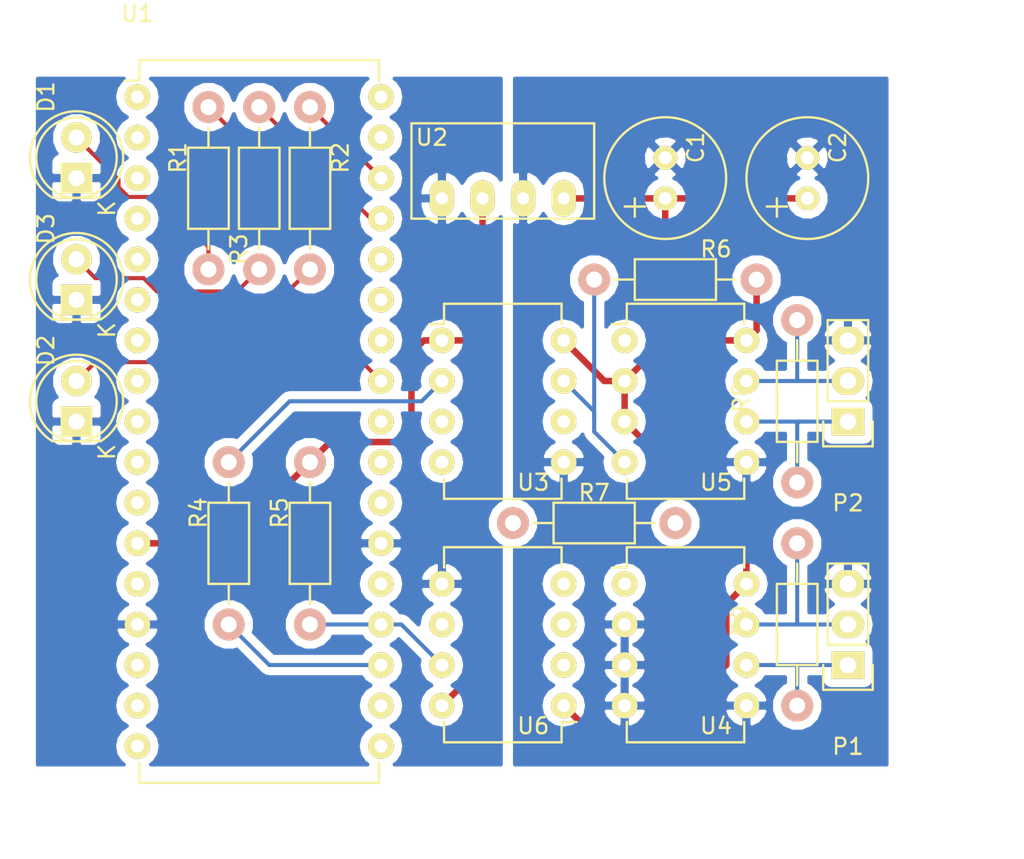
<source format=kicad_pcb>
(kicad_pcb (version 4) (host pcbnew "(2015-09-28 BZR 6225)-product")

  (general
    (links 51)
    (no_connects 5)
    (area 0 0 0 0)
    (thickness 1.6)
    (drawings 2)
    (tracks 76)
    (zones 0)
    (modules 22)
    (nets 21)
  )

  (page A4)
  (layers
    (0 F.Cu signal)
    (31 B.Cu signal)
    (32 B.Adhes user)
    (33 F.Adhes user)
    (34 B.Paste user)
    (35 F.Paste user)
    (36 B.SilkS user)
    (37 F.SilkS user)
    (38 B.Mask user)
    (39 F.Mask user)
    (40 Dwgs.User user)
    (41 Cmts.User user)
    (42 Eco1.User user)
    (43 Eco2.User user)
    (44 Edge.Cuts user)
    (45 Margin user)
    (46 B.CrtYd user)
    (47 F.CrtYd user)
    (48 B.Fab user)
    (49 F.Fab user)
  )

  (setup
    (last_trace_width 0.254)
    (trace_clearance 0.254)
    (zone_clearance 0.508)
    (zone_45_only no)
    (trace_min 0.2)
    (segment_width 0.2)
    (edge_width 0.15)
    (via_size 0.6)
    (via_drill 0.4)
    (via_min_size 0.4)
    (via_min_drill 0.3)
    (uvia_size 0.3)
    (uvia_drill 0.1)
    (uvias_allowed no)
    (uvia_min_size 0)
    (uvia_min_drill 0)
    (pcb_text_width 0.3)
    (pcb_text_size 1.5 1.5)
    (mod_edge_width 0.15)
    (mod_text_size 1 1)
    (mod_text_width 0.15)
    (pad_size 1.524 1.524)
    (pad_drill 0.762)
    (pad_to_mask_clearance 0.2)
    (aux_axis_origin 0 0)
    (visible_elements FFFFFF7F)
    (pcbplotparams
      (layerselection 0x00030_80000001)
      (usegerberextensions false)
      (excludeedgelayer true)
      (linewidth 0.100000)
      (plotframeref false)
      (viasonmask false)
      (mode 1)
      (useauxorigin false)
      (hpglpennumber 1)
      (hpglpenspeed 20)
      (hpglpendiameter 15)
      (hpglpenoverlay 2)
      (psnegative false)
      (psa4output false)
      (plotreference true)
      (plotvalue true)
      (plotinvisibletext false)
      (padsonsilk false)
      (subtractmaskfromsilk false)
      (outputformat 1)
      (mirror false)
      (drillshape 1)
      (scaleselection 1)
      (outputdirectory ""))
  )

  (net 0 "")
  (net 1 GNDA)
  (net 2 VCC)
  (net 3 /LED1)
  (net 4 /LED2)
  (net 5 /LED3)
  (net 6 GND)
  (net 7 /ARD_TX)
  (net 8 "Net-(R4-Pad2)")
  (net 9 +5V)
  (net 10 /ARD_RX)
  (net 11 "Net-(R6-Pad2)")
  (net 12 "Net-(R7-Pad1)")
  (net 13 "Net-(R7-Pad2)")
  (net 14 "Net-(D1-Pad2)")
  (net 15 "Net-(D2-Pad2)")
  (net 16 "Net-(D3-Pad2)")
  (net 17 /RXA)
  (net 18 /RXB)
  (net 19 /TXA)
  (net 20 /TXB)

  (net_class Default "This is the default net class."
    (clearance 0.254)
    (trace_width 0.254)
    (via_dia 0.6)
    (via_drill 0.4)
    (uvia_dia 0.3)
    (uvia_drill 0.1)
    (add_net /ARD_RX)
    (add_net /ARD_TX)
    (add_net /LED1)
    (add_net /LED2)
    (add_net /LED3)
    (add_net "Net-(D1-Pad2)")
    (add_net "Net-(D2-Pad2)")
    (add_net "Net-(D3-Pad2)")
    (add_net "Net-(R4-Pad2)")
    (add_net "Net-(R6-Pad2)")
    (add_net "Net-(R7-Pad1)")
    (add_net "Net-(R7-Pad2)")
  )

  (net_class Power ""
    (clearance 0.254)
    (trace_width 0.4064)
    (via_dia 0.6)
    (via_drill 0.4)
    (uvia_dia 0.3)
    (uvia_drill 0.1)
    (add_net +5V)
    (add_net /RXA)
    (add_net /RXB)
    (add_net /TXA)
    (add_net /TXB)
    (add_net GND)
    (add_net GNDA)
    (add_net VCC)
  )

  (module Arduino-Micro:DIP-34_W15.24mm (layer F.Cu) (tedit 560D3B31) (tstamp 56163733)
    (at 138.43 69.85)
    (descr "Arduino Micro")
    (tags "dil dip 2.54 600")
    (path /560D3EC6)
    (fp_text reference U1 (at 0 -5.22) (layer F.SilkS)
      (effects (font (size 1 1) (thickness 0.15)))
    )
    (fp_text value Arduino-Micro (at 0 -3.72) (layer F.Fab)
      (effects (font (size 1 1) (thickness 0.15)))
    )
    (fp_line (start -1.05 -2.45) (end -1.05 43.053095) (layer F.CrtYd) (width 0.05))
    (fp_line (start 16.3 -2.45) (end 16.3 43.053021) (layer F.CrtYd) (width 0.05))
    (fp_line (start -1.05 -2.45) (end 16.3 -2.45) (layer F.CrtYd) (width 0.05))
    (fp_line (start -1.05 43.09) (end 16.3 43.09) (layer F.CrtYd) (width 0.05))
    (fp_line (start 0.135 -2.295) (end 0.135 -1.025) (layer F.SilkS) (width 0.15))
    (fp_line (start 15.105 -2.295) (end 15.105 -1.025) (layer F.SilkS) (width 0.15))
    (fp_line (start 15.105 42.935) (end 15.105 41.665) (layer F.SilkS) (width 0.15))
    (fp_line (start 0.135 42.935) (end 0.135 41.665) (layer F.SilkS) (width 0.15))
    (fp_line (start 0.135 -2.295) (end 15.105 -2.295) (layer F.SilkS) (width 0.15))
    (fp_line (start 0.135 42.935) (end 15.105 42.935) (layer F.SilkS) (width 0.15))
    (fp_line (start 0.135 -1.025) (end -0.8 -1.025) (layer F.SilkS) (width 0.15))
    (pad 18 thru_hole oval (at 15.24 40.64) (size 1.6 1.6) (drill 0.8) (layers *.Cu *.Mask F.SilkS))
    (pad 17 thru_hole oval (at 0 40.64) (size 1.6 1.6) (drill 0.8) (layers *.Cu *.Mask F.SilkS))
    (pad 1 thru_hole oval (at 0 0) (size 1.6 1.6) (drill 0.8) (layers *.Cu *.Mask F.SilkS))
    (pad 2 thru_hole oval (at 0 2.54) (size 1.6 1.6) (drill 0.8) (layers *.Cu *.Mask F.SilkS))
    (pad 3 thru_hole oval (at 0 5.08) (size 1.6 1.6) (drill 0.8) (layers *.Cu *.Mask F.SilkS))
    (pad 4 thru_hole oval (at 0 7.62) (size 1.6 1.6) (drill 0.8) (layers *.Cu *.Mask F.SilkS))
    (pad 5 thru_hole oval (at 0 10.16) (size 1.6 1.6) (drill 0.8) (layers *.Cu *.Mask F.SilkS))
    (pad 6 thru_hole oval (at 0 12.7) (size 1.6 1.6) (drill 0.8) (layers *.Cu *.Mask F.SilkS))
    (pad 7 thru_hole oval (at 0 15.24) (size 1.6 1.6) (drill 0.8) (layers *.Cu *.Mask F.SilkS))
    (pad 8 thru_hole oval (at 0 17.78) (size 1.6 1.6) (drill 0.8) (layers *.Cu *.Mask F.SilkS))
    (pad 9 thru_hole oval (at 0 20.32) (size 1.6 1.6) (drill 0.8) (layers *.Cu *.Mask F.SilkS))
    (pad 10 thru_hole oval (at 0 22.86) (size 1.6 1.6) (drill 0.8) (layers *.Cu *.Mask F.SilkS))
    (pad 11 thru_hole oval (at 0 25.4) (size 1.6 1.6) (drill 0.8) (layers *.Cu *.Mask F.SilkS))
    (pad 12 thru_hole oval (at 0 27.94) (size 1.6 1.6) (drill 0.8) (layers *.Cu *.Mask F.SilkS)
      (net 9 +5V))
    (pad 13 thru_hole oval (at 0 30.48) (size 1.6 1.6) (drill 0.8) (layers *.Cu *.Mask F.SilkS))
    (pad 14 thru_hole oval (at 0 33.02) (size 1.6 1.6) (drill 0.8) (layers *.Cu *.Mask F.SilkS)
      (net 6 GND))
    (pad 15 thru_hole oval (at 0 35.56) (size 1.6 1.6) (drill 0.8) (layers *.Cu *.Mask F.SilkS))
    (pad 16 thru_hole oval (at 0 38.1) (size 1.6 1.6) (drill 0.8) (layers *.Cu *.Mask F.SilkS))
    (pad 19 thru_hole oval (at 15.24 38.1) (size 1.6 1.6) (drill 0.8) (layers *.Cu *.Mask F.SilkS))
    (pad 20 thru_hole oval (at 15.24 35.56) (size 1.6 1.6) (drill 0.8) (layers *.Cu *.Mask F.SilkS)
      (net 7 /ARD_TX))
    (pad 21 thru_hole oval (at 15.24 33.02) (size 1.6 1.6) (drill 0.8) (layers *.Cu *.Mask F.SilkS)
      (net 10 /ARD_RX))
    (pad 22 thru_hole oval (at 15.24 30.48) (size 1.6 1.6) (drill 0.8) (layers *.Cu *.Mask F.SilkS))
    (pad 23 thru_hole oval (at 15.24 27.94) (size 1.6 1.6) (drill 0.8) (layers *.Cu *.Mask F.SilkS)
      (net 6 GND))
    (pad 24 thru_hole oval (at 15.24 25.4) (size 1.6 1.6) (drill 0.8) (layers *.Cu *.Mask F.SilkS))
    (pad 25 thru_hole oval (at 15.24 22.86) (size 1.6 1.6) (drill 0.8) (layers *.Cu *.Mask F.SilkS))
    (pad 26 thru_hole oval (at 15.24 20.32) (size 1.6 1.6) (drill 0.8) (layers *.Cu *.Mask F.SilkS))
    (pad 27 thru_hole oval (at 15.24 17.78) (size 1.6 1.6) (drill 0.8) (layers *.Cu *.Mask F.SilkS)
      (net 3 /LED1))
    (pad 28 thru_hole oval (at 15.24 15.24) (size 1.6 1.6) (drill 0.8) (layers *.Cu *.Mask F.SilkS))
    (pad 29 thru_hole oval (at 15.24 12.7) (size 1.6 1.6) (drill 0.8) (layers *.Cu *.Mask F.SilkS))
    (pad 30 thru_hole oval (at 15.24 10.16) (size 1.6 1.6) (drill 0.8) (layers *.Cu *.Mask F.SilkS))
    (pad 31 thru_hole oval (at 15.24 7.62) (size 1.6 1.6) (drill 0.8) (layers *.Cu *.Mask F.SilkS)
      (net 5 /LED3))
    (pad 32 thru_hole oval (at 15.24 5.08) (size 1.6 1.6) (drill 0.8) (layers *.Cu *.Mask F.SilkS)
      (net 4 /LED2))
    (pad 33 thru_hole oval (at 15.24 2.54) (size 1.6 1.6) (drill 0.8) (layers *.Cu *.Mask F.SilkS))
    (pad 34 thru_hole oval (at 15.24 0) (size 1.6 1.6) (drill 0.8) (layers *.Cu *.Mask F.SilkS))
    (model Housings_DIP.3dshapes/DIP-32_W15.24mm.wrl
      (at (xyz 0 0 0))
      (scale (xyz 1 1 1))
      (rotate (xyz 0 0 0))
    )
  )

  (module SIP-4:SIP-4_W6.00mm (layer F.Cu) (tedit 561634D5) (tstamp 5616373F)
    (at 157.48 76.2)
    (path /56163626)
    (fp_text reference U2 (at -0.635 -3.81) (layer F.SilkS)
      (effects (font (size 1 1) (thickness 0.15)))
    )
    (fp_text value MEE1S0505SC (at 4 -6.25) (layer F.Fab)
      (effects (font (size 1 1) (thickness 0.15)))
    )
    (fp_line (start -1.905 1.27) (end 9.525 1.27) (layer F.SilkS) (width 0.15))
    (fp_line (start 9.525 1.27) (end 9.525 -4.699) (layer F.SilkS) (width 0.15))
    (fp_line (start 9.525 -4.699) (end -1.905 -4.699) (layer F.SilkS) (width 0.15))
    (fp_line (start -1.905 -4.699) (end -1.905 1.27) (layer F.SilkS) (width 0.15))
    (pad 4 thru_hole oval (at 7.62 0) (size 1.524 2.286) (drill 0.762) (layers *.Cu *.Mask F.SilkS)
      (net 2 VCC))
    (pad 3 thru_hole oval (at 5.08 0) (size 1.524 2.286) (drill 0.762) (layers *.Cu *.Mask F.SilkS)
      (net 1 GNDA))
    (pad 2 thru_hole oval (at 2.54 0) (size 1.524 2.286) (drill 0.762) (layers *.Cu *.Mask F.SilkS)
      (net 9 +5V))
    (pad 1 thru_hole oval (at 0 0) (size 1.524 2.286) (drill 0.762) (layers *.Cu *.Mask F.SilkS)
      (net 6 GND))
  )

  (module Pin_Headers:Pin_Header_Straight_1x03 (layer F.Cu) (tedit 0) (tstamp 56163783)
    (at 182.88 105.41 180)
    (descr "Through hole pin header")
    (tags "pin header")
    (path /561637E3)
    (fp_text reference P1 (at 0 -5.1 180) (layer F.SilkS)
      (effects (font (size 1 1) (thickness 0.15)))
    )
    (fp_text value DMX_RX (at 0 -3.1 180) (layer F.Fab)
      (effects (font (size 1 1) (thickness 0.15)))
    )
    (fp_line (start -1.75 -1.75) (end -1.75 6.85) (layer F.CrtYd) (width 0.05))
    (fp_line (start 1.75 -1.75) (end 1.75 6.85) (layer F.CrtYd) (width 0.05))
    (fp_line (start -1.75 -1.75) (end 1.75 -1.75) (layer F.CrtYd) (width 0.05))
    (fp_line (start -1.75 6.85) (end 1.75 6.85) (layer F.CrtYd) (width 0.05))
    (fp_line (start -1.27 1.27) (end -1.27 6.35) (layer F.SilkS) (width 0.15))
    (fp_line (start -1.27 6.35) (end 1.27 6.35) (layer F.SilkS) (width 0.15))
    (fp_line (start 1.27 6.35) (end 1.27 1.27) (layer F.SilkS) (width 0.15))
    (fp_line (start 1.55 -1.55) (end 1.55 0) (layer F.SilkS) (width 0.15))
    (fp_line (start 1.27 1.27) (end -1.27 1.27) (layer F.SilkS) (width 0.15))
    (fp_line (start -1.55 0) (end -1.55 -1.55) (layer F.SilkS) (width 0.15))
    (fp_line (start -1.55 -1.55) (end 1.55 -1.55) (layer F.SilkS) (width 0.15))
    (pad 1 thru_hole rect (at 0 0 180) (size 2.032 1.7272) (drill 1.016) (layers *.Cu *.Mask F.SilkS)
      (net 17 /RXA))
    (pad 2 thru_hole oval (at 0 2.54 180) (size 2.032 1.7272) (drill 1.016) (layers *.Cu *.Mask F.SilkS)
      (net 18 /RXB))
    (pad 3 thru_hole oval (at 0 5.08 180) (size 2.032 1.7272) (drill 1.016) (layers *.Cu *.Mask F.SilkS)
      (net 1 GNDA))
    (model Pin_Headers.3dshapes/Pin_Header_Straight_1x03.wrl
      (at (xyz 0 -0.1 0))
      (scale (xyz 1 1 1))
      (rotate (xyz 0 0 90))
    )
  )

  (module Pin_Headers:Pin_Header_Straight_1x03 (layer F.Cu) (tedit 0) (tstamp 5616378A)
    (at 182.88 90.17 180)
    (descr "Through hole pin header")
    (tags "pin header")
    (path /56163851)
    (fp_text reference P2 (at 0 -5.1 180) (layer F.SilkS)
      (effects (font (size 1 1) (thickness 0.15)))
    )
    (fp_text value DMX_TX (at 0 -3.1 180) (layer F.Fab)
      (effects (font (size 1 1) (thickness 0.15)))
    )
    (fp_line (start -1.75 -1.75) (end -1.75 6.85) (layer F.CrtYd) (width 0.05))
    (fp_line (start 1.75 -1.75) (end 1.75 6.85) (layer F.CrtYd) (width 0.05))
    (fp_line (start -1.75 -1.75) (end 1.75 -1.75) (layer F.CrtYd) (width 0.05))
    (fp_line (start -1.75 6.85) (end 1.75 6.85) (layer F.CrtYd) (width 0.05))
    (fp_line (start -1.27 1.27) (end -1.27 6.35) (layer F.SilkS) (width 0.15))
    (fp_line (start -1.27 6.35) (end 1.27 6.35) (layer F.SilkS) (width 0.15))
    (fp_line (start 1.27 6.35) (end 1.27 1.27) (layer F.SilkS) (width 0.15))
    (fp_line (start 1.55 -1.55) (end 1.55 0) (layer F.SilkS) (width 0.15))
    (fp_line (start 1.27 1.27) (end -1.27 1.27) (layer F.SilkS) (width 0.15))
    (fp_line (start -1.55 0) (end -1.55 -1.55) (layer F.SilkS) (width 0.15))
    (fp_line (start -1.55 -1.55) (end 1.55 -1.55) (layer F.SilkS) (width 0.15))
    (pad 1 thru_hole rect (at 0 0 180) (size 2.032 1.7272) (drill 1.016) (layers *.Cu *.Mask F.SilkS)
      (net 19 /TXA))
    (pad 2 thru_hole oval (at 0 2.54 180) (size 2.032 1.7272) (drill 1.016) (layers *.Cu *.Mask F.SilkS)
      (net 20 /TXB))
    (pad 3 thru_hole oval (at 0 5.08 180) (size 2.032 1.7272) (drill 1.016) (layers *.Cu *.Mask F.SilkS)
      (net 1 GNDA))
    (model Pin_Headers.3dshapes/Pin_Header_Straight_1x03.wrl
      (at (xyz 0 -0.1 0))
      (scale (xyz 1 1 1))
      (rotate (xyz 0 0 90))
    )
  )

  (module Housings_DIP:DIP-8_W7.62mm (layer F.Cu) (tedit 54130A77) (tstamp 56163796)
    (at 157.48 85.09)
    (descr "8-lead dip package, row spacing 7.62 mm (300 mils)")
    (tags "dil dip 2.54 300")
    (path /561638D9)
    (fp_text reference U3 (at 5.715 8.89) (layer F.SilkS)
      (effects (font (size 1 1) (thickness 0.15)))
    )
    (fp_text value HCPL2630 (at 3.81 3.81 90) (layer F.Fab)
      (effects (font (size 1 1) (thickness 0.15)))
    )
    (fp_line (start -1.05 -2.45) (end -1.05 10.1) (layer F.CrtYd) (width 0.05))
    (fp_line (start 8.65 -2.45) (end 8.65 10.1) (layer F.CrtYd) (width 0.05))
    (fp_line (start -1.05 -2.45) (end 8.65 -2.45) (layer F.CrtYd) (width 0.05))
    (fp_line (start -1.05 10.1) (end 8.65 10.1) (layer F.CrtYd) (width 0.05))
    (fp_line (start 0.135 -2.295) (end 0.135 -1.025) (layer F.SilkS) (width 0.15))
    (fp_line (start 7.485 -2.295) (end 7.485 -1.025) (layer F.SilkS) (width 0.15))
    (fp_line (start 7.485 9.915) (end 7.485 8.645) (layer F.SilkS) (width 0.15))
    (fp_line (start 0.135 9.915) (end 0.135 8.645) (layer F.SilkS) (width 0.15))
    (fp_line (start 0.135 -2.295) (end 7.485 -2.295) (layer F.SilkS) (width 0.15))
    (fp_line (start 0.135 9.915) (end 7.485 9.915) (layer F.SilkS) (width 0.15))
    (fp_line (start 0.135 -1.025) (end -0.8 -1.025) (layer F.SilkS) (width 0.15))
    (pad 1 thru_hole oval (at 0 0) (size 1.6 1.6) (drill 0.8) (layers *.Cu *.Mask F.SilkS)
      (net 9 +5V))
    (pad 2 thru_hole oval (at 0 2.54) (size 1.6 1.6) (drill 0.8) (layers *.Cu *.Mask F.SilkS)
      (net 8 "Net-(R4-Pad2)"))
    (pad 3 thru_hole oval (at 0 5.08) (size 1.6 1.6) (drill 0.8) (layers *.Cu *.Mask F.SilkS))
    (pad 4 thru_hole oval (at 0 7.62) (size 1.6 1.6) (drill 0.8) (layers *.Cu *.Mask F.SilkS))
    (pad 5 thru_hole oval (at 7.62 7.62) (size 1.6 1.6) (drill 0.8) (layers *.Cu *.Mask F.SilkS)
      (net 1 GNDA))
    (pad 6 thru_hole oval (at 7.62 5.08) (size 1.6 1.6) (drill 0.8) (layers *.Cu *.Mask F.SilkS))
    (pad 7 thru_hole oval (at 7.62 2.54) (size 1.6 1.6) (drill 0.8) (layers *.Cu *.Mask F.SilkS)
      (net 11 "Net-(R6-Pad2)"))
    (pad 8 thru_hole oval (at 7.62 0) (size 1.6 1.6) (drill 0.8) (layers *.Cu *.Mask F.SilkS)
      (net 2 VCC))
    (model Housings_DIP.3dshapes/DIP-8_W7.62mm.wrl
      (at (xyz 0 0 0))
      (scale (xyz 1 1 1))
      (rotate (xyz 0 0 0))
    )
  )

  (module Housings_DIP:DIP-8_W7.62mm (layer F.Cu) (tedit 54130A77) (tstamp 561637A2)
    (at 168.91 100.33)
    (descr "8-lead dip package, row spacing 7.62 mm (300 mils)")
    (tags "dil dip 2.54 300")
    (path /561636DF)
    (fp_text reference U4 (at 5.715 8.89) (layer F.SilkS)
      (effects (font (size 1 1) (thickness 0.15)))
    )
    (fp_text value 75176 (at 3.81 4.445 90) (layer F.Fab)
      (effects (font (size 1 1) (thickness 0.15)))
    )
    (fp_line (start -1.05 -2.45) (end -1.05 10.1) (layer F.CrtYd) (width 0.05))
    (fp_line (start 8.65 -2.45) (end 8.65 10.1) (layer F.CrtYd) (width 0.05))
    (fp_line (start -1.05 -2.45) (end 8.65 -2.45) (layer F.CrtYd) (width 0.05))
    (fp_line (start -1.05 10.1) (end 8.65 10.1) (layer F.CrtYd) (width 0.05))
    (fp_line (start 0.135 -2.295) (end 0.135 -1.025) (layer F.SilkS) (width 0.15))
    (fp_line (start 7.485 -2.295) (end 7.485 -1.025) (layer F.SilkS) (width 0.15))
    (fp_line (start 7.485 9.915) (end 7.485 8.645) (layer F.SilkS) (width 0.15))
    (fp_line (start 0.135 9.915) (end 0.135 8.645) (layer F.SilkS) (width 0.15))
    (fp_line (start 0.135 -2.295) (end 7.485 -2.295) (layer F.SilkS) (width 0.15))
    (fp_line (start 0.135 9.915) (end 7.485 9.915) (layer F.SilkS) (width 0.15))
    (fp_line (start 0.135 -1.025) (end -0.8 -1.025) (layer F.SilkS) (width 0.15))
    (pad 1 thru_hole oval (at 0 0) (size 1.6 1.6) (drill 0.8) (layers *.Cu *.Mask F.SilkS)
      (net 13 "Net-(R7-Pad2)"))
    (pad 2 thru_hole oval (at 0 2.54) (size 1.6 1.6) (drill 0.8) (layers *.Cu *.Mask F.SilkS)
      (net 1 GNDA))
    (pad 3 thru_hole oval (at 0 5.08) (size 1.6 1.6) (drill 0.8) (layers *.Cu *.Mask F.SilkS)
      (net 1 GNDA))
    (pad 4 thru_hole oval (at 0 7.62) (size 1.6 1.6) (drill 0.8) (layers *.Cu *.Mask F.SilkS)
      (net 1 GNDA))
    (pad 5 thru_hole oval (at 7.62 7.62) (size 1.6 1.6) (drill 0.8) (layers *.Cu *.Mask F.SilkS)
      (net 1 GNDA))
    (pad 6 thru_hole oval (at 7.62 5.08) (size 1.6 1.6) (drill 0.8) (layers *.Cu *.Mask F.SilkS)
      (net 17 /RXA))
    (pad 7 thru_hole oval (at 7.62 2.54) (size 1.6 1.6) (drill 0.8) (layers *.Cu *.Mask F.SilkS)
      (net 18 /RXB))
    (pad 8 thru_hole oval (at 7.62 0) (size 1.6 1.6) (drill 0.8) (layers *.Cu *.Mask F.SilkS)
      (net 2 VCC))
    (model Housings_DIP.3dshapes/DIP-8_W7.62mm.wrl
      (at (xyz 0 0 0))
      (scale (xyz 1 1 1))
      (rotate (xyz 0 0 0))
    )
  )

  (module Housings_DIP:DIP-8_W7.62mm (layer F.Cu) (tedit 54130A77) (tstamp 561637AE)
    (at 168.91 85.09)
    (descr "8-lead dip package, row spacing 7.62 mm (300 mils)")
    (tags "dil dip 2.54 300")
    (path /56163761)
    (fp_text reference U5 (at 5.715 8.89) (layer F.SilkS)
      (effects (font (size 1 1) (thickness 0.15)))
    )
    (fp_text value 75176 (at 3.81 3.81 90) (layer F.Fab)
      (effects (font (size 1 1) (thickness 0.15)))
    )
    (fp_line (start -1.05 -2.45) (end -1.05 10.1) (layer F.CrtYd) (width 0.05))
    (fp_line (start 8.65 -2.45) (end 8.65 10.1) (layer F.CrtYd) (width 0.05))
    (fp_line (start -1.05 -2.45) (end 8.65 -2.45) (layer F.CrtYd) (width 0.05))
    (fp_line (start -1.05 10.1) (end 8.65 10.1) (layer F.CrtYd) (width 0.05))
    (fp_line (start 0.135 -2.295) (end 0.135 -1.025) (layer F.SilkS) (width 0.15))
    (fp_line (start 7.485 -2.295) (end 7.485 -1.025) (layer F.SilkS) (width 0.15))
    (fp_line (start 7.485 9.915) (end 7.485 8.645) (layer F.SilkS) (width 0.15))
    (fp_line (start 0.135 9.915) (end 0.135 8.645) (layer F.SilkS) (width 0.15))
    (fp_line (start 0.135 -2.295) (end 7.485 -2.295) (layer F.SilkS) (width 0.15))
    (fp_line (start 0.135 9.915) (end 7.485 9.915) (layer F.SilkS) (width 0.15))
    (fp_line (start 0.135 -1.025) (end -0.8 -1.025) (layer F.SilkS) (width 0.15))
    (pad 1 thru_hole oval (at 0 0) (size 1.6 1.6) (drill 0.8) (layers *.Cu *.Mask F.SilkS))
    (pad 2 thru_hole oval (at 0 2.54) (size 1.6 1.6) (drill 0.8) (layers *.Cu *.Mask F.SilkS)
      (net 2 VCC))
    (pad 3 thru_hole oval (at 0 5.08) (size 1.6 1.6) (drill 0.8) (layers *.Cu *.Mask F.SilkS)
      (net 2 VCC))
    (pad 4 thru_hole oval (at 0 7.62) (size 1.6 1.6) (drill 0.8) (layers *.Cu *.Mask F.SilkS)
      (net 11 "Net-(R6-Pad2)"))
    (pad 5 thru_hole oval (at 7.62 7.62) (size 1.6 1.6) (drill 0.8) (layers *.Cu *.Mask F.SilkS)
      (net 1 GNDA))
    (pad 6 thru_hole oval (at 7.62 5.08) (size 1.6 1.6) (drill 0.8) (layers *.Cu *.Mask F.SilkS)
      (net 19 /TXA))
    (pad 7 thru_hole oval (at 7.62 2.54) (size 1.6 1.6) (drill 0.8) (layers *.Cu *.Mask F.SilkS)
      (net 20 /TXB))
    (pad 8 thru_hole oval (at 7.62 0) (size 1.6 1.6) (drill 0.8) (layers *.Cu *.Mask F.SilkS)
      (net 2 VCC))
    (model Housings_DIP.3dshapes/DIP-8_W7.62mm.wrl
      (at (xyz 0 0 0))
      (scale (xyz 1 1 1))
      (rotate (xyz 0 0 0))
    )
  )

  (module Housings_DIP:DIP-8_W7.62mm (layer F.Cu) (tedit 54130A77) (tstamp 561637BA)
    (at 165.1 107.95 180)
    (descr "8-lead dip package, row spacing 7.62 mm (300 mils)")
    (tags "dil dip 2.54 300")
    (path /561638A3)
    (fp_text reference U6 (at 1.905 -1.27 180) (layer F.SilkS)
      (effects (font (size 1 1) (thickness 0.15)))
    )
    (fp_text value HCPL2630 (at 3.81 3.81 270) (layer F.Fab)
      (effects (font (size 1 1) (thickness 0.15)))
    )
    (fp_line (start -1.05 -2.45) (end -1.05 10.1) (layer F.CrtYd) (width 0.05))
    (fp_line (start 8.65 -2.45) (end 8.65 10.1) (layer F.CrtYd) (width 0.05))
    (fp_line (start -1.05 -2.45) (end 8.65 -2.45) (layer F.CrtYd) (width 0.05))
    (fp_line (start -1.05 10.1) (end 8.65 10.1) (layer F.CrtYd) (width 0.05))
    (fp_line (start 0.135 -2.295) (end 0.135 -1.025) (layer F.SilkS) (width 0.15))
    (fp_line (start 7.485 -2.295) (end 7.485 -1.025) (layer F.SilkS) (width 0.15))
    (fp_line (start 7.485 9.915) (end 7.485 8.645) (layer F.SilkS) (width 0.15))
    (fp_line (start 0.135 9.915) (end 0.135 8.645) (layer F.SilkS) (width 0.15))
    (fp_line (start 0.135 -2.295) (end 7.485 -2.295) (layer F.SilkS) (width 0.15))
    (fp_line (start 0.135 9.915) (end 7.485 9.915) (layer F.SilkS) (width 0.15))
    (fp_line (start 0.135 -1.025) (end -0.8 -1.025) (layer F.SilkS) (width 0.15))
    (pad 1 thru_hole oval (at 0 0 180) (size 1.6 1.6) (drill 0.8) (layers *.Cu *.Mask F.SilkS)
      (net 2 VCC))
    (pad 2 thru_hole oval (at 0 2.54 180) (size 1.6 1.6) (drill 0.8) (layers *.Cu *.Mask F.SilkS)
      (net 12 "Net-(R7-Pad1)"))
    (pad 3 thru_hole oval (at 0 5.08 180) (size 1.6 1.6) (drill 0.8) (layers *.Cu *.Mask F.SilkS))
    (pad 4 thru_hole oval (at 0 7.62 180) (size 1.6 1.6) (drill 0.8) (layers *.Cu *.Mask F.SilkS))
    (pad 5 thru_hole oval (at 7.62 7.62 180) (size 1.6 1.6) (drill 0.8) (layers *.Cu *.Mask F.SilkS)
      (net 6 GND))
    (pad 6 thru_hole oval (at 7.62 5.08 180) (size 1.6 1.6) (drill 0.8) (layers *.Cu *.Mask F.SilkS))
    (pad 7 thru_hole oval (at 7.62 2.54 180) (size 1.6 1.6) (drill 0.8) (layers *.Cu *.Mask F.SilkS)
      (net 10 /ARD_RX))
    (pad 8 thru_hole oval (at 7.62 0 180) (size 1.6 1.6) (drill 0.8) (layers *.Cu *.Mask F.SilkS)
      (net 9 +5V))
    (model Housings_DIP.3dshapes/DIP-8_W7.62mm.wrl
      (at (xyz 0 0 0))
      (scale (xyz 1 1 1))
      (rotate (xyz 0 0 0))
    )
  )

  (module Capacitors_Elko_ThroughHole:Elko_vert_11.2x7.5mm_RM2.5 (layer F.Cu) (tedit 5454A17B) (tstamp 561642A3)
    (at 171.45 76.2 90)
    (descr "Electrolytic Capacitor, vertical, diameter 7,5mm, RM 2,5mm, radial,")
    (tags "Electrolytic Capacitor, vertical, diameter 7,5mm, RM 2,5mm, Elko, Electrolytkondensator, Kondensator gepolt, Durchmesser 7,5mm, radial,")
    (path /56170406)
    (fp_text reference C1 (at 3.175 1.905 90) (layer F.SilkS)
      (effects (font (size 1 1) (thickness 0.15)))
    )
    (fp_text value CP (at 1.27 6.35 90) (layer F.Fab)
      (effects (font (size 1 1) (thickness 0.15)))
    )
    (fp_line (start -0.508 -2.54) (end -0.508 -1.27) (layer F.SilkS) (width 0.15))
    (fp_line (start -1.143 -1.905) (end 0 -1.905) (layer F.SilkS) (width 0.15))
    (fp_line (start -0.508 -2.54) (end -0.508 -1.27) (layer F.Cu) (width 0.15))
    (fp_line (start -1.143 -1.905) (end 0 -1.905) (layer F.Cu) (width 0.15))
    (fp_circle (center 1.27 0) (end 5.08 0) (layer F.SilkS) (width 0.15))
    (pad 2 thru_hole circle (at 2.54 0 90) (size 1.50114 1.50114) (drill 0.8001) (layers *.Cu *.Mask F.SilkS)
      (net 1 GNDA))
    (pad 1 thru_hole circle (at 0 0 90) (size 1.50114 1.50114) (drill 0.8001) (layers *.Cu *.Mask F.SilkS)
      (net 2 VCC))
    (model Capacitors_Elko_ThroughHole.3dshapes/Elko_vert_11.2x7.5mm_RM2.5.wrl
      (at (xyz 0 0 0))
      (scale (xyz 1 1 1))
      (rotate (xyz 0 0 0))
    )
  )

  (module Capacitors_Elko_ThroughHole:Elko_vert_11.2x7.5mm_RM2.5 (layer F.Cu) (tedit 5454A17B) (tstamp 561642A9)
    (at 180.34 76.2 90)
    (descr "Electrolytic Capacitor, vertical, diameter 7,5mm, RM 2,5mm, radial,")
    (tags "Electrolytic Capacitor, vertical, diameter 7,5mm, RM 2,5mm, Elko, Electrolytkondensator, Kondensator gepolt, Durchmesser 7,5mm, radial,")
    (path /56170468)
    (fp_text reference C2 (at 3.175 1.905 90) (layer F.SilkS)
      (effects (font (size 1 1) (thickness 0.15)))
    )
    (fp_text value CP (at 1.27 6.35 90) (layer F.Fab)
      (effects (font (size 1 1) (thickness 0.15)))
    )
    (fp_line (start -0.508 -2.54) (end -0.508 -1.27) (layer F.SilkS) (width 0.15))
    (fp_line (start -1.143 -1.905) (end 0 -1.905) (layer F.SilkS) (width 0.15))
    (fp_line (start -0.508 -2.54) (end -0.508 -1.27) (layer F.Cu) (width 0.15))
    (fp_line (start -1.143 -1.905) (end 0 -1.905) (layer F.Cu) (width 0.15))
    (fp_circle (center 1.27 0) (end 5.08 0) (layer F.SilkS) (width 0.15))
    (pad 2 thru_hole circle (at 2.54 0 90) (size 1.50114 1.50114) (drill 0.8001) (layers *.Cu *.Mask F.SilkS)
      (net 1 GNDA))
    (pad 1 thru_hole circle (at 0 0 90) (size 1.50114 1.50114) (drill 0.8001) (layers *.Cu *.Mask F.SilkS)
      (net 2 VCC))
    (model Capacitors_Elko_ThroughHole.3dshapes/Elko_vert_11.2x7.5mm_RM2.5.wrl
      (at (xyz 0 0 0))
      (scale (xyz 1 1 1))
      (rotate (xyz 0 0 0))
    )
  )

  (module LEDs:LED-5MM (layer F.Cu) (tedit 5570F7EA) (tstamp 561642AF)
    (at 134.62 74.93 90)
    (descr "LED 5mm round vertical")
    (tags "LED 5mm round vertical")
    (path /56179D69)
    (fp_text reference D1 (at 5.08 -1.905 90) (layer F.SilkS)
      (effects (font (size 1 1) (thickness 0.15)))
    )
    (fp_text value LED (at 1.524 -3.937 90) (layer F.Fab)
      (effects (font (size 1 1) (thickness 0.15)))
    )
    (fp_line (start -1.5 -1.55) (end -1.5 1.55) (layer F.CrtYd) (width 0.05))
    (fp_arc (start 1.3 0) (end -1.5 1.55) (angle -302) (layer F.CrtYd) (width 0.05))
    (fp_arc (start 1.27 0) (end -1.23 -1.5) (angle 297.5) (layer F.SilkS) (width 0.15))
    (fp_line (start -1.23 1.5) (end -1.23 -1.5) (layer F.SilkS) (width 0.15))
    (fp_circle (center 1.27 0) (end 0.97 -2.5) (layer F.SilkS) (width 0.15))
    (fp_text user K (at -1.905 1.905 90) (layer F.SilkS)
      (effects (font (size 1 1) (thickness 0.15)))
    )
    (pad 1 thru_hole rect (at 0 0 180) (size 2 1.9) (drill 1.00076) (layers *.Cu *.Mask F.SilkS)
      (net 6 GND))
    (pad 2 thru_hole circle (at 2.54 0 90) (size 1.9 1.9) (drill 1.00076) (layers *.Cu *.Mask F.SilkS)
      (net 14 "Net-(D1-Pad2)"))
    (model LEDs.3dshapes/LED-5MM.wrl
      (at (xyz 0.05 0 0))
      (scale (xyz 1 1 1))
      (rotate (xyz 0 0 90))
    )
  )

  (module LEDs:LED-5MM (layer F.Cu) (tedit 5570F7EA) (tstamp 561642B5)
    (at 134.62 90.17 90)
    (descr "LED 5mm round vertical")
    (tags "LED 5mm round vertical")
    (path /5617BA85)
    (fp_text reference D2 (at 4.445 -1.905 90) (layer F.SilkS)
      (effects (font (size 1 1) (thickness 0.15)))
    )
    (fp_text value LED (at 1.524 -3.937 90) (layer F.Fab)
      (effects (font (size 1 1) (thickness 0.15)))
    )
    (fp_line (start -1.5 -1.55) (end -1.5 1.55) (layer F.CrtYd) (width 0.05))
    (fp_arc (start 1.3 0) (end -1.5 1.55) (angle -302) (layer F.CrtYd) (width 0.05))
    (fp_arc (start 1.27 0) (end -1.23 -1.5) (angle 297.5) (layer F.SilkS) (width 0.15))
    (fp_line (start -1.23 1.5) (end -1.23 -1.5) (layer F.SilkS) (width 0.15))
    (fp_circle (center 1.27 0) (end 0.97 -2.5) (layer F.SilkS) (width 0.15))
    (fp_text user K (at -1.905 1.905 90) (layer F.SilkS)
      (effects (font (size 1 1) (thickness 0.15)))
    )
    (pad 1 thru_hole rect (at 0 0 180) (size 2 1.9) (drill 1.00076) (layers *.Cu *.Mask F.SilkS)
      (net 6 GND))
    (pad 2 thru_hole circle (at 2.54 0 90) (size 1.9 1.9) (drill 1.00076) (layers *.Cu *.Mask F.SilkS)
      (net 15 "Net-(D2-Pad2)"))
    (model LEDs.3dshapes/LED-5MM.wrl
      (at (xyz 0.05 0 0))
      (scale (xyz 1 1 1))
      (rotate (xyz 0 0 90))
    )
  )

  (module LEDs:LED-5MM (layer F.Cu) (tedit 5570F7EA) (tstamp 561642BB)
    (at 134.62 82.55 90)
    (descr "LED 5mm round vertical")
    (tags "LED 5mm round vertical")
    (path /5617C12F)
    (fp_text reference D3 (at 4.445 -1.905 90) (layer F.SilkS)
      (effects (font (size 1 1) (thickness 0.15)))
    )
    (fp_text value LED (at 1.524 -3.937 90) (layer F.Fab)
      (effects (font (size 1 1) (thickness 0.15)))
    )
    (fp_line (start -1.5 -1.55) (end -1.5 1.55) (layer F.CrtYd) (width 0.05))
    (fp_arc (start 1.3 0) (end -1.5 1.55) (angle -302) (layer F.CrtYd) (width 0.05))
    (fp_arc (start 1.27 0) (end -1.23 -1.5) (angle 297.5) (layer F.SilkS) (width 0.15))
    (fp_line (start -1.23 1.5) (end -1.23 -1.5) (layer F.SilkS) (width 0.15))
    (fp_circle (center 1.27 0) (end 0.97 -2.5) (layer F.SilkS) (width 0.15))
    (fp_text user K (at -1.905 1.905 90) (layer F.SilkS)
      (effects (font (size 1 1) (thickness 0.15)))
    )
    (pad 1 thru_hole rect (at 0 0 180) (size 2 1.9) (drill 1.00076) (layers *.Cu *.Mask F.SilkS)
      (net 6 GND))
    (pad 2 thru_hole circle (at 2.54 0 90) (size 1.9 1.9) (drill 1.00076) (layers *.Cu *.Mask F.SilkS)
      (net 16 "Net-(D3-Pad2)"))
    (model LEDs.3dshapes/LED-5MM.wrl
      (at (xyz 0.05 0 0))
      (scale (xyz 1 1 1))
      (rotate (xyz 0 0 90))
    )
  )

  (module Resistors_ThroughHole:Resistor_Horizontal_RM10mm (layer F.Cu) (tedit 56166954) (tstamp 561642C1)
    (at 142.875 75.565 90)
    (descr "Resistor, Axial,  RM 10mm, 1/3W,")
    (tags "Resistor, Axial, RM 10mm, 1/3W,")
    (path /5617998A)
    (fp_text reference R1 (at 1.905 -1.905 90) (layer F.SilkS)
      (effects (font (size 1 1) (thickness 0.15)))
    )
    (fp_text value 330 (at 0 0 90) (layer F.Fab)
      (effects (font (size 1 1) (thickness 0.15)))
    )
    (fp_line (start -2.54 -1.27) (end 2.54 -1.27) (layer F.SilkS) (width 0.15))
    (fp_line (start 2.54 -1.27) (end 2.54 1.27) (layer F.SilkS) (width 0.15))
    (fp_line (start 2.54 1.27) (end -2.54 1.27) (layer F.SilkS) (width 0.15))
    (fp_line (start -2.54 1.27) (end -2.54 -1.27) (layer F.SilkS) (width 0.15))
    (fp_line (start -2.54 0) (end -3.81 0) (layer F.SilkS) (width 0.15))
    (fp_line (start 2.54 0) (end 3.81 0) (layer F.SilkS) (width 0.15))
    (pad 1 thru_hole circle (at -5.08 0 90) (size 1.99898 1.99898) (drill 1.00076) (layers *.Cu *.SilkS *.Mask)
      (net 14 "Net-(D1-Pad2)"))
    (pad 2 thru_hole circle (at 5.08 0 90) (size 1.99898 1.99898) (drill 1.00076) (layers *.Cu *.SilkS *.Mask)
      (net 3 /LED1))
    (model Resistors_ThroughHole.3dshapes/Resistor_Horizontal_RM10mm.wrl
      (at (xyz 0 0 0))
      (scale (xyz 0.4 0.4 0.4))
      (rotate (xyz 0 0 0))
    )
  )

  (module Resistors_ThroughHole:Resistor_Horizontal_RM10mm (layer F.Cu) (tedit 5616694F) (tstamp 561642C7)
    (at 149.225 75.565 90)
    (descr "Resistor, Axial,  RM 10mm, 1/3W,")
    (tags "Resistor, Axial, RM 10mm, 1/3W,")
    (path /5617BA7F)
    (fp_text reference R2 (at 1.905 1.905 90) (layer F.SilkS)
      (effects (font (size 1 1) (thickness 0.15)))
    )
    (fp_text value 330 (at 0 0 90) (layer F.Fab)
      (effects (font (size 1 1) (thickness 0.15)))
    )
    (fp_line (start -2.54 -1.27) (end 2.54 -1.27) (layer F.SilkS) (width 0.15))
    (fp_line (start 2.54 -1.27) (end 2.54 1.27) (layer F.SilkS) (width 0.15))
    (fp_line (start 2.54 1.27) (end -2.54 1.27) (layer F.SilkS) (width 0.15))
    (fp_line (start -2.54 1.27) (end -2.54 -1.27) (layer F.SilkS) (width 0.15))
    (fp_line (start -2.54 0) (end -3.81 0) (layer F.SilkS) (width 0.15))
    (fp_line (start 2.54 0) (end 3.81 0) (layer F.SilkS) (width 0.15))
    (pad 1 thru_hole circle (at -5.08 0 90) (size 1.99898 1.99898) (drill 1.00076) (layers *.Cu *.SilkS *.Mask)
      (net 15 "Net-(D2-Pad2)"))
    (pad 2 thru_hole circle (at 5.08 0 90) (size 1.99898 1.99898) (drill 1.00076) (layers *.Cu *.SilkS *.Mask)
      (net 4 /LED2))
    (model Resistors_ThroughHole.3dshapes/Resistor_Horizontal_RM10mm.wrl
      (at (xyz 0 0 0))
      (scale (xyz 0.4 0.4 0.4))
      (rotate (xyz 0 0 0))
    )
  )

  (module Resistors_ThroughHole:Resistor_Horizontal_RM10mm (layer F.Cu) (tedit 53F56209) (tstamp 561642CD)
    (at 146.05 75.565 90)
    (descr "Resistor, Axial,  RM 10mm, 1/3W,")
    (tags "Resistor, Axial, RM 10mm, 1/3W,")
    (path /5617C129)
    (fp_text reference R3 (at -3.81 -1.27 90) (layer F.SilkS)
      (effects (font (size 1 1) (thickness 0.15)))
    )
    (fp_text value 330 (at 0 0 90) (layer F.Fab)
      (effects (font (size 1 1) (thickness 0.15)))
    )
    (fp_line (start -2.54 -1.27) (end 2.54 -1.27) (layer F.SilkS) (width 0.15))
    (fp_line (start 2.54 -1.27) (end 2.54 1.27) (layer F.SilkS) (width 0.15))
    (fp_line (start 2.54 1.27) (end -2.54 1.27) (layer F.SilkS) (width 0.15))
    (fp_line (start -2.54 1.27) (end -2.54 -1.27) (layer F.SilkS) (width 0.15))
    (fp_line (start -2.54 0) (end -3.81 0) (layer F.SilkS) (width 0.15))
    (fp_line (start 2.54 0) (end 3.81 0) (layer F.SilkS) (width 0.15))
    (pad 1 thru_hole circle (at -5.08 0 90) (size 1.99898 1.99898) (drill 1.00076) (layers *.Cu *.SilkS *.Mask)
      (net 16 "Net-(D3-Pad2)"))
    (pad 2 thru_hole circle (at 5.08 0 90) (size 1.99898 1.99898) (drill 1.00076) (layers *.Cu *.SilkS *.Mask)
      (net 5 /LED3))
    (model Resistors_ThroughHole.3dshapes/Resistor_Horizontal_RM10mm.wrl
      (at (xyz 0 0 0))
      (scale (xyz 0.4 0.4 0.4))
      (rotate (xyz 0 0 0))
    )
  )

  (module Resistors_ThroughHole:Resistor_Horizontal_RM10mm (layer F.Cu) (tedit 53F56209) (tstamp 561642D3)
    (at 144.145 97.79 90)
    (descr "Resistor, Axial,  RM 10mm, 1/3W,")
    (tags "Resistor, Axial, RM 10mm, 1/3W,")
    (path /56166D9E)
    (fp_text reference R4 (at 1.905 -1.905 90) (layer F.SilkS)
      (effects (font (size 1 1) (thickness 0.15)))
    )
    (fp_text value 330 (at 0 0 90) (layer F.Fab)
      (effects (font (size 1 1) (thickness 0.15)))
    )
    (fp_line (start -2.54 -1.27) (end 2.54 -1.27) (layer F.SilkS) (width 0.15))
    (fp_line (start 2.54 -1.27) (end 2.54 1.27) (layer F.SilkS) (width 0.15))
    (fp_line (start 2.54 1.27) (end -2.54 1.27) (layer F.SilkS) (width 0.15))
    (fp_line (start -2.54 1.27) (end -2.54 -1.27) (layer F.SilkS) (width 0.15))
    (fp_line (start -2.54 0) (end -3.81 0) (layer F.SilkS) (width 0.15))
    (fp_line (start 2.54 0) (end 3.81 0) (layer F.SilkS) (width 0.15))
    (pad 1 thru_hole circle (at -5.08 0 90) (size 1.99898 1.99898) (drill 1.00076) (layers *.Cu *.SilkS *.Mask)
      (net 7 /ARD_TX))
    (pad 2 thru_hole circle (at 5.08 0 90) (size 1.99898 1.99898) (drill 1.00076) (layers *.Cu *.SilkS *.Mask)
      (net 8 "Net-(R4-Pad2)"))
    (model Resistors_ThroughHole.3dshapes/Resistor_Horizontal_RM10mm.wrl
      (at (xyz 0 0 0))
      (scale (xyz 0.4 0.4 0.4))
      (rotate (xyz 0 0 0))
    )
  )

  (module Resistors_ThroughHole:Resistor_Horizontal_RM10mm (layer F.Cu) (tedit 53F56209) (tstamp 561642D9)
    (at 149.225 97.79 270)
    (descr "Resistor, Axial,  RM 10mm, 1/3W,")
    (tags "Resistor, Axial, RM 10mm, 1/3W,")
    (path /5616ED16)
    (fp_text reference R5 (at -1.905 1.905 270) (layer F.SilkS)
      (effects (font (size 1 1) (thickness 0.15)))
    )
    (fp_text value 4.7k (at 0 0 270) (layer F.Fab)
      (effects (font (size 1 1) (thickness 0.15)))
    )
    (fp_line (start -2.54 -1.27) (end 2.54 -1.27) (layer F.SilkS) (width 0.15))
    (fp_line (start 2.54 -1.27) (end 2.54 1.27) (layer F.SilkS) (width 0.15))
    (fp_line (start 2.54 1.27) (end -2.54 1.27) (layer F.SilkS) (width 0.15))
    (fp_line (start -2.54 1.27) (end -2.54 -1.27) (layer F.SilkS) (width 0.15))
    (fp_line (start -2.54 0) (end -3.81 0) (layer F.SilkS) (width 0.15))
    (fp_line (start 2.54 0) (end 3.81 0) (layer F.SilkS) (width 0.15))
    (pad 1 thru_hole circle (at -5.08 0 270) (size 1.99898 1.99898) (drill 1.00076) (layers *.Cu *.SilkS *.Mask)
      (net 9 +5V))
    (pad 2 thru_hole circle (at 5.08 0 270) (size 1.99898 1.99898) (drill 1.00076) (layers *.Cu *.SilkS *.Mask)
      (net 10 /ARD_RX))
    (model Resistors_ThroughHole.3dshapes/Resistor_Horizontal_RM10mm.wrl
      (at (xyz 0 0 0))
      (scale (xyz 0.4 0.4 0.4))
      (rotate (xyz 0 0 0))
    )
  )

  (module Resistors_ThroughHole:Resistor_Horizontal_RM10mm (layer F.Cu) (tedit 53F56209) (tstamp 561642DF)
    (at 172.085 81.28 180)
    (descr "Resistor, Axial,  RM 10mm, 1/3W,")
    (tags "Resistor, Axial, RM 10mm, 1/3W,")
    (path /56167C77)
    (fp_text reference R6 (at -2.54 1.905 180) (layer F.SilkS)
      (effects (font (size 1 1) (thickness 0.15)))
    )
    (fp_text value 4.7k (at 0 0 180) (layer F.Fab)
      (effects (font (size 1 1) (thickness 0.15)))
    )
    (fp_line (start -2.54 -1.27) (end 2.54 -1.27) (layer F.SilkS) (width 0.15))
    (fp_line (start 2.54 -1.27) (end 2.54 1.27) (layer F.SilkS) (width 0.15))
    (fp_line (start 2.54 1.27) (end -2.54 1.27) (layer F.SilkS) (width 0.15))
    (fp_line (start -2.54 1.27) (end -2.54 -1.27) (layer F.SilkS) (width 0.15))
    (fp_line (start -2.54 0) (end -3.81 0) (layer F.SilkS) (width 0.15))
    (fp_line (start 2.54 0) (end 3.81 0) (layer F.SilkS) (width 0.15))
    (pad 1 thru_hole circle (at -5.08 0 180) (size 1.99898 1.99898) (drill 1.00076) (layers *.Cu *.SilkS *.Mask)
      (net 2 VCC))
    (pad 2 thru_hole circle (at 5.08 0 180) (size 1.99898 1.99898) (drill 1.00076) (layers *.Cu *.SilkS *.Mask)
      (net 11 "Net-(R6-Pad2)"))
    (model Resistors_ThroughHole.3dshapes/Resistor_Horizontal_RM10mm.wrl
      (at (xyz 0 0 0))
      (scale (xyz 0.4 0.4 0.4))
      (rotate (xyz 0 0 0))
    )
  )

  (module Resistors_ThroughHole:Resistor_Horizontal_RM10mm (layer F.Cu) (tedit 53F56209) (tstamp 561642E5)
    (at 167.005 96.52)
    (descr "Resistor, Axial,  RM 10mm, 1/3W,")
    (tags "Resistor, Axial, RM 10mm, 1/3W,")
    (path /5616B83C)
    (fp_text reference R7 (at 0 -1.905) (layer F.SilkS)
      (effects (font (size 1 1) (thickness 0.15)))
    )
    (fp_text value 330 (at 0 0) (layer F.Fab)
      (effects (font (size 1 1) (thickness 0.15)))
    )
    (fp_line (start -2.54 -1.27) (end 2.54 -1.27) (layer F.SilkS) (width 0.15))
    (fp_line (start 2.54 -1.27) (end 2.54 1.27) (layer F.SilkS) (width 0.15))
    (fp_line (start 2.54 1.27) (end -2.54 1.27) (layer F.SilkS) (width 0.15))
    (fp_line (start -2.54 1.27) (end -2.54 -1.27) (layer F.SilkS) (width 0.15))
    (fp_line (start -2.54 0) (end -3.81 0) (layer F.SilkS) (width 0.15))
    (fp_line (start 2.54 0) (end 3.81 0) (layer F.SilkS) (width 0.15))
    (pad 1 thru_hole circle (at -5.08 0) (size 1.99898 1.99898) (drill 1.00076) (layers *.Cu *.SilkS *.Mask)
      (net 12 "Net-(R7-Pad1)"))
    (pad 2 thru_hole circle (at 5.08 0) (size 1.99898 1.99898) (drill 1.00076) (layers *.Cu *.SilkS *.Mask)
      (net 13 "Net-(R7-Pad2)"))
    (model Resistors_ThroughHole.3dshapes/Resistor_Horizontal_RM10mm.wrl
      (at (xyz 0 0 0))
      (scale (xyz 0.4 0.4 0.4))
      (rotate (xyz 0 0 0))
    )
  )

  (module Resistors_ThroughHole:Resistor_Horizontal_RM10mm (layer F.Cu) (tedit 53F56209) (tstamp 561642EB)
    (at 179.705 88.9 90)
    (descr "Resistor, Axial,  RM 10mm, 1/3W,")
    (tags "Resistor, Axial, RM 10mm, 1/3W,")
    (path /56168A3F)
    (fp_text reference R8 (at 0.24892 -3.50012 90) (layer F.SilkS)
      (effects (font (size 1 1) (thickness 0.15)))
    )
    (fp_text value 120 (at 0 0 90) (layer F.Fab)
      (effects (font (size 1 1) (thickness 0.15)))
    )
    (fp_line (start -2.54 -1.27) (end 2.54 -1.27) (layer F.SilkS) (width 0.15))
    (fp_line (start 2.54 -1.27) (end 2.54 1.27) (layer F.SilkS) (width 0.15))
    (fp_line (start 2.54 1.27) (end -2.54 1.27) (layer F.SilkS) (width 0.15))
    (fp_line (start -2.54 1.27) (end -2.54 -1.27) (layer F.SilkS) (width 0.15))
    (fp_line (start -2.54 0) (end -3.81 0) (layer F.SilkS) (width 0.15))
    (fp_line (start 2.54 0) (end 3.81 0) (layer F.SilkS) (width 0.15))
    (pad 1 thru_hole circle (at -5.08 0 90) (size 1.99898 1.99898) (drill 1.00076) (layers *.Cu *.SilkS *.Mask)
      (net 19 /TXA))
    (pad 2 thru_hole circle (at 5.08 0 90) (size 1.99898 1.99898) (drill 1.00076) (layers *.Cu *.SilkS *.Mask)
      (net 20 /TXB))
    (model Resistors_ThroughHole.3dshapes/Resistor_Horizontal_RM10mm.wrl
      (at (xyz 0 0 0))
      (scale (xyz 0.4 0.4 0.4))
      (rotate (xyz 0 0 0))
    )
  )

  (module Resistors_ThroughHole:Resistor_Horizontal_RM10mm (layer F.Cu) (tedit 53F56209) (tstamp 561642F1)
    (at 179.705 102.87 90)
    (descr "Resistor, Axial,  RM 10mm, 1/3W,")
    (tags "Resistor, Axial, RM 10mm, 1/3W,")
    (path /5616A360)
    (fp_text reference R9 (at 0.24892 -3.50012 90) (layer F.SilkS)
      (effects (font (size 1 1) (thickness 0.15)))
    )
    (fp_text value 120 (at 0 0 90) (layer F.Fab)
      (effects (font (size 1 1) (thickness 0.15)))
    )
    (fp_line (start -2.54 -1.27) (end 2.54 -1.27) (layer F.SilkS) (width 0.15))
    (fp_line (start 2.54 -1.27) (end 2.54 1.27) (layer F.SilkS) (width 0.15))
    (fp_line (start 2.54 1.27) (end -2.54 1.27) (layer F.SilkS) (width 0.15))
    (fp_line (start -2.54 1.27) (end -2.54 -1.27) (layer F.SilkS) (width 0.15))
    (fp_line (start -2.54 0) (end -3.81 0) (layer F.SilkS) (width 0.15))
    (fp_line (start 2.54 0) (end 3.81 0) (layer F.SilkS) (width 0.15))
    (pad 1 thru_hole circle (at -5.08 0 90) (size 1.99898 1.99898) (drill 1.00076) (layers *.Cu *.SilkS *.Mask)
      (net 17 /RXA))
    (pad 2 thru_hole circle (at 5.08 0 90) (size 1.99898 1.99898) (drill 1.00076) (layers *.Cu *.SilkS *.Mask)
      (net 18 /RXB))
    (model Resistors_ThroughHole.3dshapes/Resistor_Horizontal_RM10mm.wrl
      (at (xyz 0 0 0))
      (scale (xyz 0.4 0.4 0.4))
      (rotate (xyz 0 0 0))
    )
  )

  (dimension 43.18 (width 0.3) (layer Eco1.User)
    (gr_text "1,7000 in" (at 191.215 90.17 270) (layer Eco1.User)
      (effects (font (size 1.5 1.5) (thickness 0.3)))
    )
    (feature1 (pts (xy 187.325 111.76) (xy 192.565 111.76)))
    (feature2 (pts (xy 187.325 68.58) (xy 192.565 68.58)))
    (crossbar (pts (xy 189.865 68.58) (xy 189.865 111.76)))
    (arrow1a (pts (xy 189.865 111.76) (xy 189.278579 110.633496)))
    (arrow1b (pts (xy 189.865 111.76) (xy 190.451421 110.633496)))
    (arrow2a (pts (xy 189.865 68.58) (xy 189.278579 69.706504)))
    (arrow2b (pts (xy 189.865 68.58) (xy 190.451421 69.706504)))
  )
  (dimension 53.34 (width 0.3) (layer Eco1.User)
    (gr_text "2,1000 in" (at 158.75 118.19) (layer Eco1.User)
      (effects (font (size 1.5 1.5) (thickness 0.3)))
    )
    (feature1 (pts (xy 132.08 114.3) (xy 132.08 119.54)))
    (feature2 (pts (xy 185.42 114.3) (xy 185.42 119.54)))
    (crossbar (pts (xy 185.42 116.84) (xy 132.08 116.84)))
    (arrow1a (pts (xy 132.08 116.84) (xy 133.206504 116.253579)))
    (arrow1b (pts (xy 132.08 116.84) (xy 133.206504 117.426421)))
    (arrow2a (pts (xy 185.42 116.84) (xy 184.293496 116.253579)))
    (arrow2b (pts (xy 185.42 116.84) (xy 184.293496 117.426421)))
  )

  (segment (start 171.45 76.2) (end 171.45 85.09) (width 0.4064) (layer F.Cu) (net 2) (status 10))
  (segment (start 177.165 81.28) (end 177.165 84.455) (width 0.4064) (layer F.Cu) (net 2) (status 10))
  (segment (start 177.165 84.455) (end 176.53 85.09) (width 0.4064) (layer F.Cu) (net 2) (status 20))
  (segment (start 176.53 100.33) (end 175.272799 101.587201) (width 0.4064) (layer F.Cu) (net 2) (status 10))
  (segment (start 175.272799 101.587201) (end 175.272799 105.397201) (width 0.4064) (layer F.Cu) (net 2))
  (segment (start 175.272799 105.397201) (end 170.815 109.855) (width 0.4064) (layer F.Cu) (net 2))
  (segment (start 170.815 109.855) (end 167.005 109.855) (width 0.4064) (layer F.Cu) (net 2))
  (segment (start 167.005 109.855) (end 165.1 107.95) (width 0.4064) (layer F.Cu) (net 2) (status 20))
  (segment (start 168.91 90.17) (end 176.53 97.79) (width 0.4064) (layer F.Cu) (net 2) (status 10))
  (segment (start 176.53 97.79) (end 176.53 100.33) (width 0.4064) (layer F.Cu) (net 2) (status 20))
  (segment (start 165.1 85.09) (end 167.64 87.63) (width 0.4064) (layer F.Cu) (net 2) (status 10))
  (segment (start 167.64 87.63) (end 168.91 87.63) (width 0.4064) (layer F.Cu) (net 2) (status 20))
  (segment (start 168.91 87.63) (end 168.91 90.17) (width 0.4064) (layer F.Cu) (net 2) (status 30))
  (segment (start 176.53 85.09) (end 171.45 85.09) (width 0.4064) (layer F.Cu) (net 2) (status 10))
  (segment (start 171.45 85.09) (end 168.91 87.63) (width 0.4064) (layer F.Cu) (net 2) (status 20))
  (segment (start 165.1 76.2) (end 180.34 76.2) (width 0.4064) (layer F.Cu) (net 2) (status 30))
  (segment (start 153.67 87.63) (end 151.13 85.09) (width 0.254) (layer F.Cu) (net 3) (status 10))
  (segment (start 151.13 85.09) (end 151.13 78.74) (width 0.254) (layer F.Cu) (net 3))
  (segment (start 151.13 78.74) (end 142.875 70.485) (width 0.254) (layer F.Cu) (net 3) (status 20))
  (segment (start 153.67 74.93) (end 149.225 70.485) (width 0.254) (layer F.Cu) (net 4) (status 30))
  (segment (start 146.05 70.485) (end 153.035 77.47) (width 0.254) (layer F.Cu) (net 5) (status 30))
  (segment (start 153.035 77.47) (end 153.67 77.47) (width 0.254) (layer F.Cu) (net 5) (status 30))
  (segment (start 153.67 105.41) (end 146.685 105.41) (width 0.254) (layer B.Cu) (net 7) (status 10))
  (segment (start 146.685 105.41) (end 144.145 102.87) (width 0.254) (layer B.Cu) (net 7) (status 20))
  (segment (start 157.48 87.63) (end 156.21 88.9) (width 0.254) (layer B.Cu) (net 8) (status 10))
  (segment (start 147.955 88.9) (end 144.145 92.71) (width 0.254) (layer B.Cu) (net 8) (status 20))
  (segment (start 156.21 88.9) (end 147.955 88.9) (width 0.254) (layer B.Cu) (net 8))
  (segment (start 149.225 92.71) (end 144.145 97.79) (width 0.4064) (layer F.Cu) (net 9) (status 10))
  (segment (start 144.145 97.79) (end 138.43 97.79) (width 0.4064) (layer F.Cu) (net 9) (status 20))
  (segment (start 155.575 90.805) (end 154.927201 91.452799) (width 0.4064) (layer F.Cu) (net 9))
  (segment (start 154.927201 91.452799) (end 150.482201 91.452799) (width 0.4064) (layer F.Cu) (net 9))
  (segment (start 150.482201 91.452799) (end 149.225 92.71) (width 0.4064) (layer F.Cu) (net 9) (status 20))
  (segment (start 155.575 85.86363) (end 155.575 90.805) (width 0.4064) (layer F.Cu) (net 9))
  (segment (start 157.48 85.09) (end 156.34863 85.09) (width 0.4064) (layer F.Cu) (net 9) (status 10))
  (segment (start 156.34863 85.09) (end 155.575 85.86363) (width 0.4064) (layer F.Cu) (net 9))
  (segment (start 160.02 76.2) (end 160.02 85.052462) (width 0.4064) (layer F.Cu) (net 9) (status 10))
  (segment (start 160.02 85.052462) (end 160.02 105.41) (width 0.4064) (layer F.Cu) (net 9))
  (segment (start 157.48 85.09) (end 159.982462 85.09) (width 0.4064) (layer F.Cu) (net 9) (status 10))
  (segment (start 159.982462 85.09) (end 160.02 85.052462) (width 0.4064) (layer F.Cu) (net 9))
  (segment (start 160.02 105.41) (end 157.48 107.95) (width 0.4064) (layer F.Cu) (net 9) (status 20))
  (segment (start 149.225 102.87) (end 154.94 102.87) (width 0.254) (layer B.Cu) (net 10) (status 10))
  (segment (start 154.94 102.87) (end 157.48 105.41) (width 0.254) (layer B.Cu) (net 10) (status 20))
  (segment (start 167.005 90.805) (end 167.005 89.874421) (width 0.254) (layer B.Cu) (net 11))
  (segment (start 167.005 89.874421) (end 167.005 89.535) (width 0.254) (layer B.Cu) (net 11))
  (segment (start 167.005 81.28) (end 167.005 89.874421) (width 0.254) (layer B.Cu) (net 11) (status 10))
  (segment (start 167.005 89.535) (end 165.1 87.63) (width 0.254) (layer B.Cu) (net 11) (status 20))
  (segment (start 168.91 92.71) (end 167.005 90.805) (width 0.254) (layer B.Cu) (net 11) (status 10))
  (segment (start 142.875 80.645) (end 142.875 79.231508) (width 0.254) (layer F.Cu) (net 14) (status 10))
  (segment (start 142.875 79.231508) (end 139.754493 76.111001) (width 0.254) (layer F.Cu) (net 14))
  (segment (start 137.248999 75.018999) (end 134.62 72.39) (width 0.254) (layer F.Cu) (net 14) (status 20))
  (segment (start 139.754493 76.111001) (end 137.863119 76.111001) (width 0.254) (layer F.Cu) (net 14))
  (segment (start 137.863119 76.111001) (end 137.248999 75.496881) (width 0.254) (layer F.Cu) (net 14))
  (segment (start 137.248999 75.496881) (end 137.248999 75.018999) (width 0.254) (layer F.Cu) (net 14))
  (segment (start 149.225 80.645) (end 143.421001 86.448999) (width 0.254) (layer F.Cu) (net 15) (status 10))
  (segment (start 143.421001 86.448999) (end 135.801001 86.448999) (width 0.254) (layer F.Cu) (net 15))
  (segment (start 135.801001 86.448999) (end 134.62 87.63) (width 0.254) (layer F.Cu) (net 15) (status 20))
  (segment (start 146.05 80.645) (end 144.669509 82.025491) (width 0.254) (layer F.Cu) (net 16) (status 10))
  (segment (start 144.669509 82.025491) (end 139.653373 82.025491) (width 0.254) (layer F.Cu) (net 16))
  (segment (start 139.653373 82.025491) (end 138.818883 81.191001) (width 0.254) (layer F.Cu) (net 16))
  (segment (start 138.818883 81.191001) (end 135.801001 81.191001) (width 0.254) (layer F.Cu) (net 16))
  (segment (start 135.801001 81.191001) (end 134.62 80.01) (width 0.254) (layer F.Cu) (net 16) (status 20))
  (segment (start 182.88 105.41) (end 179.849963 105.41) (width 0.254) (layer B.Cu) (net 17))
  (segment (start 179.849963 105.41) (end 176.53 105.41) (width 0.254) (layer B.Cu) (net 17))
  (segment (start 179.705 105.41) (end 179.849963 105.41) (width 0.254) (layer B.Cu) (net 17))
  (segment (start 179.705 107.95) (end 179.705 105.41) (width 0.254) (layer B.Cu) (net 17))
  (segment (start 176.53 102.87) (end 179.731587 102.87) (width 0.254) (layer B.Cu) (net 18))
  (segment (start 179.731587 102.87) (end 182.88 102.87) (width 0.254) (layer B.Cu) (net 18))
  (segment (start 179.705 99.203492) (end 179.705 102.843413) (width 0.254) (layer B.Cu) (net 18))
  (segment (start 179.705 102.843413) (end 179.731587 102.87) (width 0.254) (layer B.Cu) (net 18))
  (segment (start 179.705 97.79) (end 179.705 99.203492) (width 0.254) (layer B.Cu) (net 18))
  (segment (start 182.88 90.17) (end 179.83237 90.17) (width 0.254) (layer B.Cu) (net 19) (status 10))
  (segment (start 179.705 90.29737) (end 179.83237 90.17) (width 0.254) (layer B.Cu) (net 19))
  (segment (start 179.83237 90.17) (end 176.53 90.17) (width 0.254) (layer B.Cu) (net 19) (status 20))
  (segment (start 179.705 93.98) (end 179.705 90.29737) (width 0.254) (layer B.Cu) (net 19) (status 10))
  (segment (start 179.705 83.82) (end 179.705 87.63) (width 0.254) (layer B.Cu) (net 20))
  (segment (start 176.53 87.63) (end 182.88 87.63) (width 0.254) (layer B.Cu) (net 20) (status 30))

  (zone (net 1) (net_name GNDA) (layer B.Cu) (tstamp 56166561) (hatch edge 0.508)
    (connect_pads (clearance 0.508))
    (min_thickness 0.254)
    (fill yes (arc_segments 16) (thermal_gap 0.508) (thermal_bridge_width 0.508))
    (polygon
      (pts
        (xy 185.42 111.76) (xy 161.925 111.76) (xy 161.925 68.58) (xy 185.42 68.58) (xy 185.42 111.76)
      )
    )
    (filled_polygon
      (pts
        (xy 185.293 111.633) (xy 162.052 111.633) (xy 162.052 100.33) (xy 163.636887 100.33) (xy 163.74612 100.879151)
        (xy 164.057189 101.344698) (xy 164.439275 101.6) (xy 164.057189 101.855302) (xy 163.74612 102.320849) (xy 163.636887 102.87)
        (xy 163.74612 103.419151) (xy 164.057189 103.884698) (xy 164.439275 104.14) (xy 164.057189 104.395302) (xy 163.74612 104.860849)
        (xy 163.636887 105.41) (xy 163.74612 105.959151) (xy 164.057189 106.424698) (xy 164.439275 106.68) (xy 164.057189 106.935302)
        (xy 163.74612 107.400849) (xy 163.636887 107.95) (xy 163.74612 108.499151) (xy 164.057189 108.964698) (xy 164.522736 109.275767)
        (xy 165.071887 109.385) (xy 165.128113 109.385) (xy 165.677264 109.275767) (xy 166.142811 108.964698) (xy 166.45388 108.499151)
        (xy 166.493684 108.299039) (xy 167.518096 108.299039) (xy 167.678959 108.687423) (xy 168.054866 109.102389) (xy 168.560959 109.341914)
        (xy 168.783 109.220629) (xy 168.783 108.077) (xy 169.037 108.077) (xy 169.037 109.220629) (xy 169.259041 109.341914)
        (xy 169.765134 109.102389) (xy 170.141041 108.687423) (xy 170.301904 108.299039) (xy 175.138096 108.299039) (xy 175.298959 108.687423)
        (xy 175.674866 109.102389) (xy 176.180959 109.341914) (xy 176.403 109.220629) (xy 176.403 108.077) (xy 176.657 108.077)
        (xy 176.657 109.220629) (xy 176.879041 109.341914) (xy 177.385134 109.102389) (xy 177.761041 108.687423) (xy 177.921904 108.299039)
        (xy 177.799915 108.077) (xy 176.657 108.077) (xy 176.403 108.077) (xy 175.260085 108.077) (xy 175.138096 108.299039)
        (xy 170.301904 108.299039) (xy 170.179915 108.077) (xy 169.037 108.077) (xy 168.783 108.077) (xy 167.640085 108.077)
        (xy 167.518096 108.299039) (xy 166.493684 108.299039) (xy 166.563113 107.95) (xy 166.45388 107.400849) (xy 166.142811 106.935302)
        (xy 165.760725 106.68) (xy 166.142811 106.424698) (xy 166.45388 105.959151) (xy 166.493684 105.759039) (xy 167.518096 105.759039)
        (xy 167.678959 106.147423) (xy 168.054866 106.562389) (xy 168.303367 106.68) (xy 168.054866 106.797611) (xy 167.678959 107.212577)
        (xy 167.518096 107.600961) (xy 167.640085 107.823) (xy 168.783 107.823) (xy 168.783 105.537) (xy 169.037 105.537)
        (xy 169.037 107.823) (xy 170.179915 107.823) (xy 170.301904 107.600961) (xy 170.141041 107.212577) (xy 169.765134 106.797611)
        (xy 169.516633 106.68) (xy 169.765134 106.562389) (xy 170.141041 106.147423) (xy 170.301904 105.759039) (xy 170.179915 105.537)
        (xy 169.037 105.537) (xy 168.783 105.537) (xy 167.640085 105.537) (xy 167.518096 105.759039) (xy 166.493684 105.759039)
        (xy 166.563113 105.41) (xy 166.45388 104.860849) (xy 166.142811 104.395302) (xy 165.760725 104.14) (xy 166.142811 103.884698)
        (xy 166.45388 103.419151) (xy 166.493684 103.219039) (xy 167.518096 103.219039) (xy 167.678959 103.607423) (xy 168.054866 104.022389)
        (xy 168.303367 104.14) (xy 168.054866 104.257611) (xy 167.678959 104.672577) (xy 167.518096 105.060961) (xy 167.640085 105.283)
        (xy 168.783 105.283) (xy 168.783 102.997) (xy 169.037 102.997) (xy 169.037 105.283) (xy 170.179915 105.283)
        (xy 170.301904 105.060961) (xy 170.141041 104.672577) (xy 169.765134 104.257611) (xy 169.516633 104.14) (xy 169.765134 104.022389)
        (xy 170.141041 103.607423) (xy 170.301904 103.219039) (xy 170.179915 102.997) (xy 169.037 102.997) (xy 168.783 102.997)
        (xy 167.640085 102.997) (xy 167.518096 103.219039) (xy 166.493684 103.219039) (xy 166.563113 102.87) (xy 166.45388 102.320849)
        (xy 166.142811 101.855302) (xy 165.760725 101.6) (xy 166.142811 101.344698) (xy 166.45388 100.879151) (xy 166.563113 100.33)
        (xy 167.446887 100.33) (xy 167.55612 100.879151) (xy 167.867189 101.344698) (xy 168.271703 101.614986) (xy 168.054866 101.717611)
        (xy 167.678959 102.132577) (xy 167.518096 102.520961) (xy 167.640085 102.743) (xy 168.783 102.743) (xy 168.783 102.723)
        (xy 169.037 102.723) (xy 169.037 102.743) (xy 170.179915 102.743) (xy 170.301904 102.520961) (xy 170.141041 102.132577)
        (xy 169.765134 101.717611) (xy 169.548297 101.614986) (xy 169.952811 101.344698) (xy 170.26388 100.879151) (xy 170.373113 100.33)
        (xy 175.066887 100.33) (xy 175.17612 100.879151) (xy 175.487189 101.344698) (xy 175.869275 101.6) (xy 175.487189 101.855302)
        (xy 175.17612 102.320849) (xy 175.066887 102.87) (xy 175.17612 103.419151) (xy 175.487189 103.884698) (xy 175.869275 104.14)
        (xy 175.487189 104.395302) (xy 175.17612 104.860849) (xy 175.066887 105.41) (xy 175.17612 105.959151) (xy 175.487189 106.424698)
        (xy 175.891703 106.694986) (xy 175.674866 106.797611) (xy 175.298959 107.212577) (xy 175.138096 107.600961) (xy 175.260085 107.823)
        (xy 176.403 107.823) (xy 176.403 107.803) (xy 176.657 107.803) (xy 176.657 107.823) (xy 177.799915 107.823)
        (xy 177.921904 107.600961) (xy 177.761041 107.212577) (xy 177.385134 106.797611) (xy 177.168297 106.694986) (xy 177.572811 106.424698)
        (xy 177.741659 106.172) (xy 178.943 106.172) (xy 178.943 106.49633) (xy 178.780345 106.563538) (xy 178.320154 107.022927)
        (xy 178.070794 107.623453) (xy 178.070226 108.273694) (xy 178.318538 108.874655) (xy 178.777927 109.334846) (xy 179.378453 109.584206)
        (xy 180.028694 109.584774) (xy 180.629655 109.336462) (xy 181.089846 108.877073) (xy 181.339206 108.276547) (xy 181.339774 107.626306)
        (xy 181.091462 107.025345) (xy 180.632073 106.565154) (xy 180.467 106.49661) (xy 180.467 106.172) (xy 181.21656 106.172)
        (xy 181.21656 106.2736) (xy 181.260838 106.508917) (xy 181.39991 106.725041) (xy 181.61211 106.870031) (xy 181.864 106.92104)
        (xy 183.896 106.92104) (xy 184.131317 106.876762) (xy 184.347441 106.73769) (xy 184.492431 106.52549) (xy 184.54344 106.2736)
        (xy 184.54344 104.5464) (xy 184.499162 104.311083) (xy 184.36009 104.094959) (xy 184.14789 103.949969) (xy 184.106561 103.9416)
        (xy 184.124415 103.92967) (xy 184.449271 103.443489) (xy 184.563345 102.87) (xy 184.449271 102.296511) (xy 184.124415 101.81033)
        (xy 183.814931 101.603539) (xy 184.230732 101.232036) (xy 184.484709 100.704791) (xy 184.487358 100.689026) (xy 184.366217 100.457)
        (xy 183.007 100.457) (xy 183.007 100.477) (xy 182.753 100.477) (xy 182.753 100.457) (xy 181.393783 100.457)
        (xy 181.272642 100.689026) (xy 181.275291 100.704791) (xy 181.529268 101.232036) (xy 181.945069 101.603539) (xy 181.635585 101.81033)
        (xy 181.436688 102.108) (xy 180.467 102.108) (xy 180.467 99.970974) (xy 181.272642 99.970974) (xy 181.393783 100.203)
        (xy 182.753 100.203) (xy 182.753 98.989076) (xy 183.007 98.989076) (xy 183.007 100.203) (xy 184.366217 100.203)
        (xy 184.487358 99.970974) (xy 184.484709 99.955209) (xy 184.230732 99.427964) (xy 183.79432 99.038046) (xy 183.241913 98.844816)
        (xy 183.007 98.989076) (xy 182.753 98.989076) (xy 182.518087 98.844816) (xy 181.96568 99.038046) (xy 181.529268 99.427964)
        (xy 181.275291 99.955209) (xy 181.272642 99.970974) (xy 180.467 99.970974) (xy 180.467 99.24367) (xy 180.629655 99.176462)
        (xy 181.089846 98.717073) (xy 181.339206 98.116547) (xy 181.339774 97.466306) (xy 181.091462 96.865345) (xy 180.632073 96.405154)
        (xy 180.031547 96.155794) (xy 179.381306 96.155226) (xy 178.780345 96.403538) (xy 178.320154 96.862927) (xy 178.070794 97.463453)
        (xy 178.070226 98.113694) (xy 178.318538 98.714655) (xy 178.777927 99.174846) (xy 178.943 99.24339) (xy 178.943 102.108)
        (xy 177.741659 102.108) (xy 177.572811 101.855302) (xy 177.190725 101.6) (xy 177.572811 101.344698) (xy 177.88388 100.879151)
        (xy 177.993113 100.33) (xy 177.88388 99.780849) (xy 177.572811 99.315302) (xy 177.107264 99.004233) (xy 176.558113 98.895)
        (xy 176.501887 98.895) (xy 175.952736 99.004233) (xy 175.487189 99.315302) (xy 175.17612 99.780849) (xy 175.066887 100.33)
        (xy 170.373113 100.33) (xy 170.26388 99.780849) (xy 169.952811 99.315302) (xy 169.487264 99.004233) (xy 168.938113 98.895)
        (xy 168.881887 98.895) (xy 168.332736 99.004233) (xy 167.867189 99.315302) (xy 167.55612 99.780849) (xy 167.446887 100.33)
        (xy 166.563113 100.33) (xy 166.45388 99.780849) (xy 166.142811 99.315302) (xy 165.677264 99.004233) (xy 165.128113 98.895)
        (xy 165.071887 98.895) (xy 164.522736 99.004233) (xy 164.057189 99.315302) (xy 163.74612 99.780849) (xy 163.636887 100.33)
        (xy 162.052 100.33) (xy 162.052 98.154602) (xy 162.248694 98.154774) (xy 162.849655 97.906462) (xy 163.309846 97.447073)
        (xy 163.559206 96.846547) (xy 163.559208 96.843694) (xy 170.450226 96.843694) (xy 170.698538 97.444655) (xy 171.157927 97.904846)
        (xy 171.758453 98.154206) (xy 172.408694 98.154774) (xy 173.009655 97.906462) (xy 173.469846 97.447073) (xy 173.719206 96.846547)
        (xy 173.719774 96.196306) (xy 173.471462 95.595345) (xy 173.012073 95.135154) (xy 172.411547 94.885794) (xy 171.761306 94.885226)
        (xy 171.160345 95.133538) (xy 170.700154 95.592927) (xy 170.450794 96.193453) (xy 170.450226 96.843694) (xy 163.559208 96.843694)
        (xy 163.559774 96.196306) (xy 163.311462 95.595345) (xy 162.852073 95.135154) (xy 162.251547 94.885794) (xy 162.052 94.88562)
        (xy 162.052 93.059039) (xy 163.708096 93.059039) (xy 163.868959 93.447423) (xy 164.244866 93.862389) (xy 164.750959 94.101914)
        (xy 164.973 93.980629) (xy 164.973 92.837) (xy 165.227 92.837) (xy 165.227 93.980629) (xy 165.449041 94.101914)
        (xy 165.955134 93.862389) (xy 166.331041 93.447423) (xy 166.491904 93.059039) (xy 166.369915 92.837) (xy 165.227 92.837)
        (xy 164.973 92.837) (xy 163.830085 92.837) (xy 163.708096 93.059039) (xy 162.052 93.059039) (xy 162.052 85.09)
        (xy 163.636887 85.09) (xy 163.74612 85.639151) (xy 164.057189 86.104698) (xy 164.439275 86.36) (xy 164.057189 86.615302)
        (xy 163.74612 87.080849) (xy 163.636887 87.63) (xy 163.74612 88.179151) (xy 164.057189 88.644698) (xy 164.439275 88.9)
        (xy 164.057189 89.155302) (xy 163.74612 89.620849) (xy 163.636887 90.17) (xy 163.74612 90.719151) (xy 164.057189 91.184698)
        (xy 164.461703 91.454986) (xy 164.244866 91.557611) (xy 163.868959 91.972577) (xy 163.708096 92.360961) (xy 163.830085 92.583)
        (xy 164.973 92.583) (xy 164.973 92.563) (xy 165.227 92.563) (xy 165.227 92.583) (xy 166.369915 92.583)
        (xy 166.491904 92.360961) (xy 166.331041 91.972577) (xy 165.955134 91.557611) (xy 165.738297 91.454986) (xy 166.142811 91.184698)
        (xy 166.278217 90.982049) (xy 166.301004 91.096605) (xy 166.448993 91.318086) (xy 166.466185 91.343815) (xy 167.510843 92.388473)
        (xy 167.446887 92.71) (xy 167.55612 93.259151) (xy 167.867189 93.724698) (xy 168.332736 94.035767) (xy 168.881887 94.145)
        (xy 168.938113 94.145) (xy 169.487264 94.035767) (xy 169.952811 93.724698) (xy 170.26388 93.259151) (xy 170.303684 93.059039)
        (xy 175.138096 93.059039) (xy 175.298959 93.447423) (xy 175.674866 93.862389) (xy 176.180959 94.101914) (xy 176.403 93.980629)
        (xy 176.403 92.837) (xy 176.657 92.837) (xy 176.657 93.980629) (xy 176.879041 94.101914) (xy 177.385134 93.862389)
        (xy 177.761041 93.447423) (xy 177.921904 93.059039) (xy 177.799915 92.837) (xy 176.657 92.837) (xy 176.403 92.837)
        (xy 175.260085 92.837) (xy 175.138096 93.059039) (xy 170.303684 93.059039) (xy 170.373113 92.71) (xy 170.26388 92.160849)
        (xy 169.952811 91.695302) (xy 169.570725 91.44) (xy 169.952811 91.184698) (xy 170.26388 90.719151) (xy 170.373113 90.17)
        (xy 170.26388 89.620849) (xy 169.952811 89.155302) (xy 169.570725 88.9) (xy 169.952811 88.644698) (xy 170.26388 88.179151)
        (xy 170.373113 87.63) (xy 170.26388 87.080849) (xy 169.952811 86.615302) (xy 169.570725 86.36) (xy 169.952811 86.104698)
        (xy 170.26388 85.639151) (xy 170.373113 85.09) (xy 175.066887 85.09) (xy 175.17612 85.639151) (xy 175.487189 86.104698)
        (xy 175.869275 86.36) (xy 175.487189 86.615302) (xy 175.17612 87.080849) (xy 175.066887 87.63) (xy 175.17612 88.179151)
        (xy 175.487189 88.644698) (xy 175.869275 88.9) (xy 175.487189 89.155302) (xy 175.17612 89.620849) (xy 175.066887 90.17)
        (xy 175.17612 90.719151) (xy 175.487189 91.184698) (xy 175.891703 91.454986) (xy 175.674866 91.557611) (xy 175.298959 91.972577)
        (xy 175.138096 92.360961) (xy 175.260085 92.583) (xy 176.403 92.583) (xy 176.403 92.563) (xy 176.657 92.563)
        (xy 176.657 92.583) (xy 177.799915 92.583) (xy 177.921904 92.360961) (xy 177.761041 91.972577) (xy 177.385134 91.557611)
        (xy 177.168297 91.454986) (xy 177.572811 91.184698) (xy 177.741659 90.932) (xy 178.943 90.932) (xy 178.943 92.52633)
        (xy 178.780345 92.593538) (xy 178.320154 93.052927) (xy 178.070794 93.653453) (xy 178.070226 94.303694) (xy 178.318538 94.904655)
        (xy 178.777927 95.364846) (xy 179.378453 95.614206) (xy 180.028694 95.614774) (xy 180.629655 95.366462) (xy 181.089846 94.907073)
        (xy 181.339206 94.306547) (xy 181.339774 93.656306) (xy 181.091462 93.055345) (xy 180.632073 92.595154) (xy 180.467 92.52661)
        (xy 180.467 90.932) (xy 181.21656 90.932) (xy 181.21656 91.0336) (xy 181.260838 91.268917) (xy 181.39991 91.485041)
        (xy 181.61211 91.630031) (xy 181.864 91.68104) (xy 183.896 91.68104) (xy 184.131317 91.636762) (xy 184.347441 91.49769)
        (xy 184.492431 91.28549) (xy 184.54344 91.0336) (xy 184.54344 89.3064) (xy 184.499162 89.071083) (xy 184.36009 88.854959)
        (xy 184.14789 88.709969) (xy 184.106561 88.7016) (xy 184.124415 88.68967) (xy 184.449271 88.203489) (xy 184.563345 87.63)
        (xy 184.449271 87.056511) (xy 184.124415 86.57033) (xy 183.814931 86.363539) (xy 184.230732 85.992036) (xy 184.484709 85.464791)
        (xy 184.487358 85.449026) (xy 184.366217 85.217) (xy 183.007 85.217) (xy 183.007 85.237) (xy 182.753 85.237)
        (xy 182.753 85.217) (xy 181.393783 85.217) (xy 181.272642 85.449026) (xy 181.275291 85.464791) (xy 181.529268 85.992036)
        (xy 181.945069 86.363539) (xy 181.635585 86.57033) (xy 181.436688 86.868) (xy 180.467 86.868) (xy 180.467 85.27367)
        (xy 180.629655 85.206462) (xy 181.089846 84.747073) (xy 181.09653 84.730974) (xy 181.272642 84.730974) (xy 181.393783 84.963)
        (xy 182.753 84.963) (xy 182.753 83.749076) (xy 183.007 83.749076) (xy 183.007 84.963) (xy 184.366217 84.963)
        (xy 184.487358 84.730974) (xy 184.484709 84.715209) (xy 184.230732 84.187964) (xy 183.79432 83.798046) (xy 183.241913 83.604816)
        (xy 183.007 83.749076) (xy 182.753 83.749076) (xy 182.518087 83.604816) (xy 181.96568 83.798046) (xy 181.529268 84.187964)
        (xy 181.275291 84.715209) (xy 181.272642 84.730974) (xy 181.09653 84.730974) (xy 181.339206 84.146547) (xy 181.339774 83.496306)
        (xy 181.091462 82.895345) (xy 180.632073 82.435154) (xy 180.031547 82.185794) (xy 179.381306 82.185226) (xy 178.780345 82.433538)
        (xy 178.320154 82.892927) (xy 178.070794 83.493453) (xy 178.070226 84.143694) (xy 178.318538 84.744655) (xy 178.777927 85.204846)
        (xy 178.943 85.27339) (xy 178.943 86.868) (xy 177.741659 86.868) (xy 177.572811 86.615302) (xy 177.190725 86.36)
        (xy 177.572811 86.104698) (xy 177.88388 85.639151) (xy 177.993113 85.09) (xy 177.88388 84.540849) (xy 177.572811 84.075302)
        (xy 177.107264 83.764233) (xy 176.558113 83.655) (xy 176.501887 83.655) (xy 175.952736 83.764233) (xy 175.487189 84.075302)
        (xy 175.17612 84.540849) (xy 175.066887 85.09) (xy 170.373113 85.09) (xy 170.26388 84.540849) (xy 169.952811 84.075302)
        (xy 169.487264 83.764233) (xy 168.938113 83.655) (xy 168.881887 83.655) (xy 168.332736 83.764233) (xy 167.867189 84.075302)
        (xy 167.767 84.225245) (xy 167.767 82.73367) (xy 167.929655 82.666462) (xy 168.389846 82.207073) (xy 168.639206 81.606547)
        (xy 168.639208 81.603694) (xy 175.530226 81.603694) (xy 175.778538 82.204655) (xy 176.237927 82.664846) (xy 176.838453 82.914206)
        (xy 177.488694 82.914774) (xy 178.089655 82.666462) (xy 178.549846 82.207073) (xy 178.799206 81.606547) (xy 178.799774 80.956306)
        (xy 178.551462 80.355345) (xy 178.092073 79.895154) (xy 177.491547 79.645794) (xy 176.841306 79.645226) (xy 176.240345 79.893538)
        (xy 175.780154 80.352927) (xy 175.530794 80.953453) (xy 175.530226 81.603694) (xy 168.639208 81.603694) (xy 168.639774 80.956306)
        (xy 168.391462 80.355345) (xy 167.932073 79.895154) (xy 167.331547 79.645794) (xy 166.681306 79.645226) (xy 166.080345 79.893538)
        (xy 165.620154 80.352927) (xy 165.370794 80.953453) (xy 165.370226 81.603694) (xy 165.618538 82.204655) (xy 166.077927 82.664846)
        (xy 166.243 82.73339) (xy 166.243 84.225245) (xy 166.142811 84.075302) (xy 165.677264 83.764233) (xy 165.128113 83.655)
        (xy 165.071887 83.655) (xy 164.522736 83.764233) (xy 164.057189 84.075302) (xy 163.74612 84.540849) (xy 163.636887 85.09)
        (xy 162.052 85.09) (xy 162.052 77.870887) (xy 162.142723 77.92026) (xy 162.21693 77.93522) (xy 162.433 77.81272)
        (xy 162.433 76.327) (xy 162.413 76.327) (xy 162.413 76.073) (xy 162.433 76.073) (xy 162.433 74.58728)
        (xy 162.687 74.58728) (xy 162.687 76.073) (xy 162.707 76.073) (xy 162.707 76.327) (xy 162.687 76.327)
        (xy 162.687 77.81272) (xy 162.90307 77.93522) (xy 162.977277 77.92026) (xy 163.458026 77.65863) (xy 163.802059 77.232941)
        (xy 163.821179 77.168161) (xy 164.112172 77.603661) (xy 164.565391 77.906493) (xy 165.1 78.012833) (xy 165.634609 77.906493)
        (xy 166.087828 77.603661) (xy 166.39066 77.150442) (xy 166.497 76.615833) (xy 166.497 76.474398) (xy 170.06419 76.474398)
        (xy 170.274686 76.983837) (xy 170.664113 77.373944) (xy 171.173184 77.585329) (xy 171.724398 77.58581) (xy 172.233837 77.375314)
        (xy 172.623944 76.985887) (xy 172.835329 76.476816) (xy 172.835331 76.474398) (xy 178.95419 76.474398) (xy 179.164686 76.983837)
        (xy 179.554113 77.373944) (xy 180.063184 77.585329) (xy 180.614398 77.58581) (xy 181.123837 77.375314) (xy 181.513944 76.985887)
        (xy 181.725329 76.476816) (xy 181.72581 75.925602) (xy 181.515314 75.416163) (xy 181.125887 75.026056) (xy 180.910504 74.936621)
        (xy 181.064265 74.872931) (xy 181.132325 74.63193) (xy 180.34 73.839605) (xy 179.547675 74.63193) (xy 179.615735 74.872931)
        (xy 179.78104 74.931769) (xy 179.556163 75.024686) (xy 179.166056 75.414113) (xy 178.954671 75.923184) (xy 178.95419 76.474398)
        (xy 172.835331 76.474398) (xy 172.83581 75.925602) (xy 172.625314 75.416163) (xy 172.235887 75.026056) (xy 172.020504 74.936621)
        (xy 172.174265 74.872931) (xy 172.242325 74.63193) (xy 171.45 73.839605) (xy 170.657675 74.63193) (xy 170.725735 74.872931)
        (xy 170.89104 74.931769) (xy 170.666163 75.024686) (xy 170.276056 75.414113) (xy 170.064671 75.923184) (xy 170.06419 76.474398)
        (xy 166.497 76.474398) (xy 166.497 75.784167) (xy 166.39066 75.249558) (xy 166.087828 74.796339) (xy 165.634609 74.493507)
        (xy 165.1 74.387167) (xy 164.565391 74.493507) (xy 164.112172 74.796339) (xy 163.821179 75.231839) (xy 163.802059 75.167059)
        (xy 163.458026 74.74137) (xy 162.977277 74.47974) (xy 162.90307 74.46478) (xy 162.687 74.58728) (xy 162.433 74.58728)
        (xy 162.21693 74.46478) (xy 162.142723 74.47974) (xy 162.052 74.529113) (xy 162.052 73.455034) (xy 170.052233 73.455034)
        (xy 170.080195 74.005538) (xy 170.237069 74.384265) (xy 170.47807 74.452325) (xy 171.270395 73.66) (xy 171.629605 73.66)
        (xy 172.42193 74.452325) (xy 172.662931 74.384265) (xy 172.847767 73.864966) (xy 172.826946 73.455034) (xy 178.942233 73.455034)
        (xy 178.970195 74.005538) (xy 179.127069 74.384265) (xy 179.36807 74.452325) (xy 180.160395 73.66) (xy 180.519605 73.66)
        (xy 181.31193 74.452325) (xy 181.552931 74.384265) (xy 181.737767 73.864966) (xy 181.709805 73.314462) (xy 181.552931 72.935735)
        (xy 181.31193 72.867675) (xy 180.519605 73.66) (xy 180.160395 73.66) (xy 179.36807 72.867675) (xy 179.127069 72.935735)
        (xy 178.942233 73.455034) (xy 172.826946 73.455034) (xy 172.819805 73.314462) (xy 172.662931 72.935735) (xy 172.42193 72.867675)
        (xy 171.629605 73.66) (xy 171.270395 73.66) (xy 170.47807 72.867675) (xy 170.237069 72.935735) (xy 170.052233 73.455034)
        (xy 162.052 73.455034) (xy 162.052 72.68807) (xy 170.657675 72.68807) (xy 171.45 73.480395) (xy 172.242325 72.68807)
        (xy 179.547675 72.68807) (xy 180.34 73.480395) (xy 181.132325 72.68807) (xy 181.064265 72.447069) (xy 180.544966 72.262233)
        (xy 179.994462 72.290195) (xy 179.615735 72.447069) (xy 179.547675 72.68807) (xy 172.242325 72.68807) (xy 172.174265 72.447069)
        (xy 171.654966 72.262233) (xy 171.104462 72.290195) (xy 170.725735 72.447069) (xy 170.657675 72.68807) (xy 162.052 72.68807)
        (xy 162.052 68.707) (xy 185.293 68.707)
      )
    )
  )
  (zone (net 6) (net_name GND) (layer B.Cu) (tstamp 0) (hatch edge 0.508)
    (connect_pads (clearance 0.508))
    (min_thickness 0.254)
    (fill yes (arc_segments 16) (thermal_gap 0.508) (thermal_bridge_width 0.508))
    (polygon
      (pts
        (xy 161.29 68.58) (xy 161.29 111.76) (xy 132.08 111.76) (xy 132.08 68.58)
      )
    )
    (filled_polygon
      (pts
        (xy 137.387189 68.835302) (xy 137.07612 69.300849) (xy 136.966887 69.85) (xy 137.07612 70.399151) (xy 137.387189 70.864698)
        (xy 137.769275 71.12) (xy 137.387189 71.375302) (xy 137.07612 71.840849) (xy 136.966887 72.39) (xy 137.07612 72.939151)
        (xy 137.387189 73.404698) (xy 137.769275 73.66) (xy 137.387189 73.915302) (xy 137.07612 74.380849) (xy 136.966887 74.93)
        (xy 137.07612 75.479151) (xy 137.387189 75.944698) (xy 137.769275 76.2) (xy 137.387189 76.455302) (xy 137.07612 76.920849)
        (xy 136.966887 77.47) (xy 137.07612 78.019151) (xy 137.387189 78.484698) (xy 137.769275 78.74) (xy 137.387189 78.995302)
        (xy 137.07612 79.460849) (xy 136.966887 80.01) (xy 137.07612 80.559151) (xy 137.387189 81.024698) (xy 137.769275 81.28)
        (xy 137.387189 81.535302) (xy 137.07612 82.000849) (xy 136.966887 82.55) (xy 137.07612 83.099151) (xy 137.387189 83.564698)
        (xy 137.769275 83.82) (xy 137.387189 84.075302) (xy 137.07612 84.540849) (xy 136.966887 85.09) (xy 137.07612 85.639151)
        (xy 137.387189 86.104698) (xy 137.769275 86.36) (xy 137.387189 86.615302) (xy 137.07612 87.080849) (xy 136.966887 87.63)
        (xy 137.07612 88.179151) (xy 137.387189 88.644698) (xy 137.769275 88.9) (xy 137.387189 89.155302) (xy 137.07612 89.620849)
        (xy 136.966887 90.17) (xy 137.07612 90.719151) (xy 137.387189 91.184698) (xy 137.769275 91.44) (xy 137.387189 91.695302)
        (xy 137.07612 92.160849) (xy 136.966887 92.71) (xy 137.07612 93.259151) (xy 137.387189 93.724698) (xy 137.769275 93.98)
        (xy 137.387189 94.235302) (xy 137.07612 94.700849) (xy 136.966887 95.25) (xy 137.07612 95.799151) (xy 137.387189 96.264698)
        (xy 137.769275 96.52) (xy 137.387189 96.775302) (xy 137.07612 97.240849) (xy 136.966887 97.79) (xy 137.07612 98.339151)
        (xy 137.387189 98.804698) (xy 137.769275 99.06) (xy 137.387189 99.315302) (xy 137.07612 99.780849) (xy 136.966887 100.33)
        (xy 137.07612 100.879151) (xy 137.387189 101.344698) (xy 137.791703 101.614986) (xy 137.574866 101.717611) (xy 137.198959 102.132577)
        (xy 137.038096 102.520961) (xy 137.160085 102.743) (xy 138.303 102.743) (xy 138.303 102.723) (xy 138.557 102.723)
        (xy 138.557 102.743) (xy 139.699915 102.743) (xy 139.821904 102.520961) (xy 139.661041 102.132577) (xy 139.285134 101.717611)
        (xy 139.068297 101.614986) (xy 139.472811 101.344698) (xy 139.78388 100.879151) (xy 139.893113 100.33) (xy 139.78388 99.780849)
        (xy 139.472811 99.315302) (xy 139.090725 99.06) (xy 139.472811 98.804698) (xy 139.78388 98.339151) (xy 139.893113 97.79)
        (xy 139.78388 97.240849) (xy 139.472811 96.775302) (xy 139.090725 96.52) (xy 139.472811 96.264698) (xy 139.78388 95.799151)
        (xy 139.893113 95.25) (xy 139.78388 94.700849) (xy 139.472811 94.235302) (xy 139.090725 93.98) (xy 139.472811 93.724698)
        (xy 139.78388 93.259151) (xy 139.893113 92.71) (xy 139.78388 92.160849) (xy 139.472811 91.695302) (xy 139.090725 91.44)
        (xy 139.472811 91.184698) (xy 139.78388 90.719151) (xy 139.893113 90.17) (xy 139.78388 89.620849) (xy 139.472811 89.155302)
        (xy 139.090725 88.9) (xy 139.472811 88.644698) (xy 139.78388 88.179151) (xy 139.893113 87.63) (xy 139.78388 87.080849)
        (xy 139.472811 86.615302) (xy 139.090725 86.36) (xy 139.472811 86.104698) (xy 139.78388 85.639151) (xy 139.893113 85.09)
        (xy 139.78388 84.540849) (xy 139.472811 84.075302) (xy 139.090725 83.82) (xy 139.472811 83.564698) (xy 139.78388 83.099151)
        (xy 139.893113 82.55) (xy 139.78388 82.000849) (xy 139.472811 81.535302) (xy 139.090725 81.28) (xy 139.472811 81.024698)
        (xy 139.510231 80.968694) (xy 141.240226 80.968694) (xy 141.488538 81.569655) (xy 141.947927 82.029846) (xy 142.548453 82.279206)
        (xy 143.198694 82.279774) (xy 143.799655 82.031462) (xy 144.259846 81.572073) (xy 144.462691 81.083568) (xy 144.663538 81.569655)
        (xy 145.122927 82.029846) (xy 145.723453 82.279206) (xy 146.373694 82.279774) (xy 146.974655 82.031462) (xy 147.434846 81.572073)
        (xy 147.637691 81.083568) (xy 147.838538 81.569655) (xy 148.297927 82.029846) (xy 148.898453 82.279206) (xy 149.548694 82.279774)
        (xy 150.149655 82.031462) (xy 150.609846 81.572073) (xy 150.859206 80.971547) (xy 150.859774 80.321306) (xy 150.611462 79.720345)
        (xy 150.152073 79.260154) (xy 149.551547 79.010794) (xy 148.901306 79.010226) (xy 148.300345 79.258538) (xy 147.840154 79.717927)
        (xy 147.637309 80.206432) (xy 147.436462 79.720345) (xy 146.977073 79.260154) (xy 146.376547 79.010794) (xy 145.726306 79.010226)
        (xy 145.125345 79.258538) (xy 144.665154 79.717927) (xy 144.462309 80.206432) (xy 144.261462 79.720345) (xy 143.802073 79.260154)
        (xy 143.201547 79.010794) (xy 142.551306 79.010226) (xy 141.950345 79.258538) (xy 141.490154 79.717927) (xy 141.240794 80.318453)
        (xy 141.240226 80.968694) (xy 139.510231 80.968694) (xy 139.78388 80.559151) (xy 139.893113 80.01) (xy 139.78388 79.460849)
        (xy 139.472811 78.995302) (xy 139.090725 78.74) (xy 139.472811 78.484698) (xy 139.78388 78.019151) (xy 139.893113 77.47)
        (xy 139.78388 76.920849) (xy 139.472811 76.455302) (xy 139.090725 76.2) (xy 139.472811 75.944698) (xy 139.78388 75.479151)
        (xy 139.893113 74.93) (xy 139.78388 74.380849) (xy 139.472811 73.915302) (xy 139.090725 73.66) (xy 139.472811 73.404698)
        (xy 139.78388 72.939151) (xy 139.893113 72.39) (xy 139.78388 71.840849) (xy 139.472811 71.375302) (xy 139.090725 71.12)
        (xy 139.472811 70.864698) (xy 139.510231 70.808694) (xy 141.240226 70.808694) (xy 141.488538 71.409655) (xy 141.947927 71.869846)
        (xy 142.548453 72.119206) (xy 143.198694 72.119774) (xy 143.799655 71.871462) (xy 144.259846 71.412073) (xy 144.462691 70.923568)
        (xy 144.663538 71.409655) (xy 145.122927 71.869846) (xy 145.723453 72.119206) (xy 146.373694 72.119774) (xy 146.974655 71.871462)
        (xy 147.434846 71.412073) (xy 147.637691 70.923568) (xy 147.838538 71.409655) (xy 148.297927 71.869846) (xy 148.898453 72.119206)
        (xy 149.548694 72.119774) (xy 150.149655 71.871462) (xy 150.609846 71.412073) (xy 150.859206 70.811547) (xy 150.859774 70.161306)
        (xy 150.611462 69.560345) (xy 150.152073 69.100154) (xy 149.551547 68.850794) (xy 148.901306 68.850226) (xy 148.300345 69.098538)
        (xy 147.840154 69.557927) (xy 147.637309 70.046432) (xy 147.436462 69.560345) (xy 146.977073 69.100154) (xy 146.376547 68.850794)
        (xy 145.726306 68.850226) (xy 145.125345 69.098538) (xy 144.665154 69.557927) (xy 144.462309 70.046432) (xy 144.261462 69.560345)
        (xy 143.802073 69.100154) (xy 143.201547 68.850794) (xy 142.551306 68.850226) (xy 141.950345 69.098538) (xy 141.490154 69.557927)
        (xy 141.240794 70.158453) (xy 141.240226 70.808694) (xy 139.510231 70.808694) (xy 139.78388 70.399151) (xy 139.893113 69.85)
        (xy 139.78388 69.300849) (xy 139.472811 68.835302) (xy 139.280794 68.707) (xy 152.819206 68.707) (xy 152.627189 68.835302)
        (xy 152.31612 69.300849) (xy 152.206887 69.85) (xy 152.31612 70.399151) (xy 152.627189 70.864698) (xy 153.009275 71.12)
        (xy 152.627189 71.375302) (xy 152.31612 71.840849) (xy 152.206887 72.39) (xy 152.31612 72.939151) (xy 152.627189 73.404698)
        (xy 153.009275 73.66) (xy 152.627189 73.915302) (xy 152.31612 74.380849) (xy 152.206887 74.93) (xy 152.31612 75.479151)
        (xy 152.627189 75.944698) (xy 153.009275 76.2) (xy 152.627189 76.455302) (xy 152.31612 76.920849) (xy 152.206887 77.47)
        (xy 152.31612 78.019151) (xy 152.627189 78.484698) (xy 153.009275 78.74) (xy 152.627189 78.995302) (xy 152.31612 79.460849)
        (xy 152.206887 80.01) (xy 152.31612 80.559151) (xy 152.627189 81.024698) (xy 153.009275 81.28) (xy 152.627189 81.535302)
        (xy 152.31612 82.000849) (xy 152.206887 82.55) (xy 152.31612 83.099151) (xy 152.627189 83.564698) (xy 153.009275 83.82)
        (xy 152.627189 84.075302) (xy 152.31612 84.540849) (xy 152.206887 85.09) (xy 152.31612 85.639151) (xy 152.627189 86.104698)
        (xy 153.009275 86.36) (xy 152.627189 86.615302) (xy 152.31612 87.080849) (xy 152.206887 87.63) (xy 152.307935 88.138)
        (xy 147.955 88.138) (xy 147.663395 88.196004) (xy 147.564377 88.262166) (xy 147.416185 88.361184) (xy 144.634084 91.143285)
        (xy 144.471547 91.075794) (xy 143.821306 91.075226) (xy 143.220345 91.323538) (xy 142.760154 91.782927) (xy 142.510794 92.383453)
        (xy 142.510226 93.033694) (xy 142.758538 93.634655) (xy 143.217927 94.094846) (xy 143.818453 94.344206) (xy 144.468694 94.344774)
        (xy 145.069655 94.096462) (xy 145.529846 93.637073) (xy 145.779206 93.036547) (xy 145.779208 93.033694) (xy 147.590226 93.033694)
        (xy 147.838538 93.634655) (xy 148.297927 94.094846) (xy 148.898453 94.344206) (xy 149.548694 94.344774) (xy 150.149655 94.096462)
        (xy 150.609846 93.637073) (xy 150.859206 93.036547) (xy 150.859774 92.386306) (xy 150.611462 91.785345) (xy 150.152073 91.325154)
        (xy 149.551547 91.075794) (xy 148.901306 91.075226) (xy 148.300345 91.323538) (xy 147.840154 91.782927) (xy 147.590794 92.383453)
        (xy 147.590226 93.033694) (xy 145.779208 93.033694) (xy 145.779774 92.386306) (xy 145.711518 92.221113) (xy 148.270631 89.662)
        (xy 152.307935 89.662) (xy 152.206887 90.17) (xy 152.31612 90.719151) (xy 152.627189 91.184698) (xy 153.009275 91.44)
        (xy 152.627189 91.695302) (xy 152.31612 92.160849) (xy 152.206887 92.71) (xy 152.31612 93.259151) (xy 152.627189 93.724698)
        (xy 153.009275 93.98) (xy 152.627189 94.235302) (xy 152.31612 94.700849) (xy 152.206887 95.25) (xy 152.31612 95.799151)
        (xy 152.627189 96.264698) (xy 153.031703 96.534986) (xy 152.814866 96.637611) (xy 152.438959 97.052577) (xy 152.278096 97.440961)
        (xy 152.400085 97.663) (xy 153.543 97.663) (xy 153.543 97.643) (xy 153.797 97.643) (xy 153.797 97.663)
        (xy 154.939915 97.663) (xy 155.061904 97.440961) (xy 154.901041 97.052577) (xy 154.525134 96.637611) (xy 154.308297 96.534986)
        (xy 154.712811 96.264698) (xy 155.02388 95.799151) (xy 155.133113 95.25) (xy 155.02388 94.700849) (xy 154.712811 94.235302)
        (xy 154.330725 93.98) (xy 154.712811 93.724698) (xy 155.02388 93.259151) (xy 155.133113 92.71) (xy 155.02388 92.160849)
        (xy 154.712811 91.695302) (xy 154.330725 91.44) (xy 154.712811 91.184698) (xy 155.02388 90.719151) (xy 155.133113 90.17)
        (xy 155.032065 89.662) (xy 156.117935 89.662) (xy 156.016887 90.17) (xy 156.12612 90.719151) (xy 156.437189 91.184698)
        (xy 156.819275 91.44) (xy 156.437189 91.695302) (xy 156.12612 92.160849) (xy 156.016887 92.71) (xy 156.12612 93.259151)
        (xy 156.437189 93.724698) (xy 156.902736 94.035767) (xy 157.451887 94.145) (xy 157.508113 94.145) (xy 158.057264 94.035767)
        (xy 158.522811 93.724698) (xy 158.83388 93.259151) (xy 158.943113 92.71) (xy 158.83388 92.160849) (xy 158.522811 91.695302)
        (xy 158.140725 91.44) (xy 158.522811 91.184698) (xy 158.83388 90.719151) (xy 158.943113 90.17) (xy 158.83388 89.620849)
        (xy 158.522811 89.155302) (xy 158.140725 88.9) (xy 158.522811 88.644698) (xy 158.83388 88.179151) (xy 158.943113 87.63)
        (xy 158.83388 87.080849) (xy 158.522811 86.615302) (xy 158.140725 86.36) (xy 158.522811 86.104698) (xy 158.83388 85.639151)
        (xy 158.943113 85.09) (xy 158.83388 84.540849) (xy 158.522811 84.075302) (xy 158.057264 83.764233) (xy 157.508113 83.655)
        (xy 157.451887 83.655) (xy 156.902736 83.764233) (xy 156.437189 84.075302) (xy 156.12612 84.540849) (xy 156.016887 85.09)
        (xy 156.12612 85.639151) (xy 156.437189 86.104698) (xy 156.819275 86.36) (xy 156.437189 86.615302) (xy 156.12612 87.080849)
        (xy 156.016887 87.63) (xy 156.080843 87.951527) (xy 155.89437 88.138) (xy 155.032065 88.138) (xy 155.133113 87.63)
        (xy 155.02388 87.080849) (xy 154.712811 86.615302) (xy 154.330725 86.36) (xy 154.712811 86.104698) (xy 155.02388 85.639151)
        (xy 155.133113 85.09) (xy 155.02388 84.540849) (xy 154.712811 84.075302) (xy 154.330725 83.82) (xy 154.712811 83.564698)
        (xy 155.02388 83.099151) (xy 155.133113 82.55) (xy 155.02388 82.000849) (xy 154.712811 81.535302) (xy 154.330725 81.28)
        (xy 154.712811 81.024698) (xy 155.02388 80.559151) (xy 155.133113 80.01) (xy 155.02388 79.460849) (xy 154.712811 78.995302)
        (xy 154.330725 78.74) (xy 154.712811 78.484698) (xy 155.02388 78.019151) (xy 155.133113 77.47) (xy 155.02388 76.920849)
        (xy 154.712811 76.455302) (xy 154.520794 76.327) (xy 156.083 76.327) (xy 156.083 76.708) (xy 156.237941 77.232941)
        (xy 156.581974 77.65863) (xy 157.062723 77.92026) (xy 157.13693 77.93522) (xy 157.353 77.81272) (xy 157.353 76.327)
        (xy 156.083 76.327) (xy 154.520794 76.327) (xy 154.330725 76.2) (xy 154.712811 75.944698) (xy 154.881658 75.692)
        (xy 156.083 75.692) (xy 156.083 76.073) (xy 157.353 76.073) (xy 157.353 74.58728) (xy 157.13693 74.46478)
        (xy 157.062723 74.47974) (xy 156.581974 74.74137) (xy 156.237941 75.167059) (xy 156.083 75.692) (xy 154.881658 75.692)
        (xy 155.02388 75.479151) (xy 155.133113 74.93) (xy 155.02388 74.380849) (xy 154.712811 73.915302) (xy 154.330725 73.66)
        (xy 154.712811 73.404698) (xy 155.02388 72.939151) (xy 155.133113 72.39) (xy 155.02388 71.840849) (xy 154.712811 71.375302)
        (xy 154.330725 71.12) (xy 154.712811 70.864698) (xy 155.02388 70.399151) (xy 155.133113 69.85) (xy 155.02388 69.300849)
        (xy 154.712811 68.835302) (xy 154.520794 68.707) (xy 161.163 68.707) (xy 161.163 75.02857) (xy 161.007828 74.796339)
        (xy 160.554609 74.493507) (xy 160.02 74.387167) (xy 159.485391 74.493507) (xy 159.032172 74.796339) (xy 158.741179 75.231839)
        (xy 158.722059 75.167059) (xy 158.378026 74.74137) (xy 157.897277 74.47974) (xy 157.82307 74.46478) (xy 157.607 74.58728)
        (xy 157.607 76.073) (xy 157.627 76.073) (xy 157.627 76.327) (xy 157.607 76.327) (xy 157.607 77.81272)
        (xy 157.82307 77.93522) (xy 157.897277 77.92026) (xy 158.378026 77.65863) (xy 158.722059 77.232941) (xy 158.741179 77.168161)
        (xy 159.032172 77.603661) (xy 159.485391 77.906493) (xy 160.02 78.012833) (xy 160.554609 77.906493) (xy 161.007828 77.603661)
        (xy 161.163 77.37143) (xy 161.163 95.06633) (xy 161.000345 95.133538) (xy 160.540154 95.592927) (xy 160.290794 96.193453)
        (xy 160.290226 96.843694) (xy 160.538538 97.444655) (xy 160.997927 97.904846) (xy 161.163 97.97339) (xy 161.163 111.633)
        (xy 154.520794 111.633) (xy 154.712811 111.504698) (xy 155.02388 111.039151) (xy 155.133113 110.49) (xy 155.02388 109.940849)
        (xy 154.712811 109.475302) (xy 154.330725 109.22) (xy 154.712811 108.964698) (xy 155.02388 108.499151) (xy 155.133113 107.95)
        (xy 155.02388 107.400849) (xy 154.712811 106.935302) (xy 154.330725 106.68) (xy 154.712811 106.424698) (xy 155.02388 105.959151)
        (xy 155.133113 105.41) (xy 155.02388 104.860849) (xy 154.712811 104.395302) (xy 154.330725 104.14) (xy 154.712811 103.884698)
        (xy 154.778603 103.786233) (xy 156.080843 105.088473) (xy 156.016887 105.41) (xy 156.12612 105.959151) (xy 156.437189 106.424698)
        (xy 156.819275 106.68) (xy 156.437189 106.935302) (xy 156.12612 107.400849) (xy 156.016887 107.95) (xy 156.12612 108.499151)
        (xy 156.437189 108.964698) (xy 156.902736 109.275767) (xy 157.451887 109.385) (xy 157.508113 109.385) (xy 158.057264 109.275767)
        (xy 158.522811 108.964698) (xy 158.83388 108.499151) (xy 158.943113 107.95) (xy 158.83388 107.400849) (xy 158.522811 106.935302)
        (xy 158.140725 106.68) (xy 158.522811 106.424698) (xy 158.83388 105.959151) (xy 158.943113 105.41) (xy 158.83388 104.860849)
        (xy 158.522811 104.395302) (xy 158.140725 104.14) (xy 158.522811 103.884698) (xy 158.83388 103.419151) (xy 158.943113 102.87)
        (xy 158.83388 102.320849) (xy 158.522811 101.855302) (xy 158.118297 101.585014) (xy 158.335134 101.482389) (xy 158.711041 101.067423)
        (xy 158.871904 100.679039) (xy 158.749915 100.457) (xy 157.607 100.457) (xy 157.607 100.477) (xy 157.353 100.477)
        (xy 157.353 100.457) (xy 156.210085 100.457) (xy 156.088096 100.679039) (xy 156.248959 101.067423) (xy 156.624866 101.482389)
        (xy 156.841703 101.585014) (xy 156.437189 101.855302) (xy 156.12612 102.320849) (xy 156.01701 102.86938) (xy 155.478815 102.331185)
        (xy 155.463346 102.320849) (xy 155.231605 102.166004) (xy 154.94 102.108) (xy 154.881659 102.108) (xy 154.712811 101.855302)
        (xy 154.330725 101.6) (xy 154.712811 101.344698) (xy 155.02388 100.879151) (xy 155.133113 100.33) (xy 155.063685 99.980961)
        (xy 156.088096 99.980961) (xy 156.210085 100.203) (xy 157.353 100.203) (xy 157.353 99.059371) (xy 157.607 99.059371)
        (xy 157.607 100.203) (xy 158.749915 100.203) (xy 158.871904 99.980961) (xy 158.711041 99.592577) (xy 158.335134 99.177611)
        (xy 157.829041 98.938086) (xy 157.607 99.059371) (xy 157.353 99.059371) (xy 157.130959 98.938086) (xy 156.624866 99.177611)
        (xy 156.248959 99.592577) (xy 156.088096 99.980961) (xy 155.063685 99.980961) (xy 155.02388 99.780849) (xy 154.712811 99.315302)
        (xy 154.308297 99.045014) (xy 154.525134 98.942389) (xy 154.901041 98.527423) (xy 155.061904 98.139039) (xy 154.939915 97.917)
        (xy 153.797 97.917) (xy 153.797 97.937) (xy 153.543 97.937) (xy 153.543 97.917) (xy 152.400085 97.917)
        (xy 152.278096 98.139039) (xy 152.438959 98.527423) (xy 152.814866 98.942389) (xy 153.031703 99.045014) (xy 152.627189 99.315302)
        (xy 152.31612 99.780849) (xy 152.206887 100.33) (xy 152.31612 100.879151) (xy 152.627189 101.344698) (xy 153.009275 101.6)
        (xy 152.627189 101.855302) (xy 152.458341 102.108) (xy 150.67867 102.108) (xy 150.611462 101.945345) (xy 150.152073 101.485154)
        (xy 149.551547 101.235794) (xy 148.901306 101.235226) (xy 148.300345 101.483538) (xy 147.840154 101.942927) (xy 147.590794 102.543453)
        (xy 147.590226 103.193694) (xy 147.838538 103.794655) (xy 148.297927 104.254846) (xy 148.898453 104.504206) (xy 149.548694 104.504774)
        (xy 150.149655 104.256462) (xy 150.609846 103.797073) (xy 150.67839 103.632) (xy 152.458341 103.632) (xy 152.627189 103.884698)
        (xy 153.009275 104.14) (xy 152.627189 104.395302) (xy 152.458341 104.648) (xy 147.000631 104.648) (xy 145.711715 103.359084)
        (xy 145.779206 103.196547) (xy 145.779774 102.546306) (xy 145.531462 101.945345) (xy 145.072073 101.485154) (xy 144.471547 101.235794)
        (xy 143.821306 101.235226) (xy 143.220345 101.483538) (xy 142.760154 101.942927) (xy 142.510794 102.543453) (xy 142.510226 103.193694)
        (xy 142.758538 103.794655) (xy 143.217927 104.254846) (xy 143.818453 104.504206) (xy 144.468694 104.504774) (xy 144.633887 104.436518)
        (xy 146.146184 105.948815) (xy 146.393395 106.113996) (xy 146.685 106.172) (xy 152.458341 106.172) (xy 152.627189 106.424698)
        (xy 153.009275 106.68) (xy 152.627189 106.935302) (xy 152.31612 107.400849) (xy 152.206887 107.95) (xy 152.31612 108.499151)
        (xy 152.627189 108.964698) (xy 153.009275 109.22) (xy 152.627189 109.475302) (xy 152.31612 109.940849) (xy 152.206887 110.49)
        (xy 152.31612 111.039151) (xy 152.627189 111.504698) (xy 152.819206 111.633) (xy 139.280794 111.633) (xy 139.472811 111.504698)
        (xy 139.78388 111.039151) (xy 139.893113 110.49) (xy 139.78388 109.940849) (xy 139.472811 109.475302) (xy 139.090725 109.22)
        (xy 139.472811 108.964698) (xy 139.78388 108.499151) (xy 139.893113 107.95) (xy 139.78388 107.400849) (xy 139.472811 106.935302)
        (xy 139.090725 106.68) (xy 139.472811 106.424698) (xy 139.78388 105.959151) (xy 139.893113 105.41) (xy 139.78388 104.860849)
        (xy 139.472811 104.395302) (xy 139.068297 104.125014) (xy 139.285134 104.022389) (xy 139.661041 103.607423) (xy 139.821904 103.219039)
        (xy 139.699915 102.997) (xy 138.557 102.997) (xy 138.557 103.017) (xy 138.303 103.017) (xy 138.303 102.997)
        (xy 137.160085 102.997) (xy 137.038096 103.219039) (xy 137.198959 103.607423) (xy 137.574866 104.022389) (xy 137.791703 104.125014)
        (xy 137.387189 104.395302) (xy 137.07612 104.860849) (xy 136.966887 105.41) (xy 137.07612 105.959151) (xy 137.387189 106.424698)
        (xy 137.769275 106.68) (xy 137.387189 106.935302) (xy 137.07612 107.400849) (xy 136.966887 107.95) (xy 137.07612 108.499151)
        (xy 137.387189 108.964698) (xy 137.769275 109.22) (xy 137.387189 109.475302) (xy 137.07612 109.940849) (xy 136.966887 110.49)
        (xy 137.07612 111.039151) (xy 137.387189 111.504698) (xy 137.579206 111.633) (xy 132.207 111.633) (xy 132.207 90.45575)
        (xy 132.985 90.45575) (xy 132.985 91.24631) (xy 133.081673 91.479699) (xy 133.260302 91.658327) (xy 133.493691 91.755)
        (xy 134.33425 91.755) (xy 134.493 91.59625) (xy 134.493 90.297) (xy 134.747 90.297) (xy 134.747 91.59625)
        (xy 134.90575 91.755) (xy 135.746309 91.755) (xy 135.979698 91.658327) (xy 136.158327 91.479699) (xy 136.255 91.24631)
        (xy 136.255 90.45575) (xy 136.09625 90.297) (xy 134.747 90.297) (xy 134.493 90.297) (xy 133.14375 90.297)
        (xy 132.985 90.45575) (xy 132.207 90.45575) (xy 132.207 89.09369) (xy 132.985 89.09369) (xy 132.985 89.88425)
        (xy 133.14375 90.043) (xy 134.493 90.043) (xy 134.493 90.023) (xy 134.747 90.023) (xy 134.747 90.043)
        (xy 136.09625 90.043) (xy 136.255 89.88425) (xy 136.255 89.09369) (xy 136.158327 88.860301) (xy 135.979698 88.681673)
        (xy 135.859749 88.631988) (xy 135.962914 88.529003) (xy 136.204724 87.946659) (xy 136.205275 87.316107) (xy 135.964481 86.733343)
        (xy 135.519003 86.287086) (xy 134.936659 86.045276) (xy 134.306107 86.044725) (xy 133.723343 86.285519) (xy 133.277086 86.730997)
        (xy 133.035276 87.313341) (xy 133.034725 87.943893) (xy 133.275519 88.526657) (xy 133.380545 88.631867) (xy 133.260302 88.681673)
        (xy 133.081673 88.860301) (xy 132.985 89.09369) (xy 132.207 89.09369) (xy 132.207 82.83575) (xy 132.985 82.83575)
        (xy 132.985 83.62631) (xy 133.081673 83.859699) (xy 133.260302 84.038327) (xy 133.493691 84.135) (xy 134.33425 84.135)
        (xy 134.493 83.97625) (xy 134.493 82.677) (xy 134.747 82.677) (xy 134.747 83.97625) (xy 134.90575 84.135)
        (xy 135.746309 84.135) (xy 135.979698 84.038327) (xy 136.158327 83.859699) (xy 136.255 83.62631) (xy 136.255 82.83575)
        (xy 136.09625 82.677) (xy 134.747 82.677) (xy 134.493 82.677) (xy 133.14375 82.677) (xy 132.985 82.83575)
        (xy 132.207 82.83575) (xy 132.207 81.47369) (xy 132.985 81.47369) (xy 132.985 82.26425) (xy 133.14375 82.423)
        (xy 134.493 82.423) (xy 134.493 82.403) (xy 134.747 82.403) (xy 134.747 82.423) (xy 136.09625 82.423)
        (xy 136.255 82.26425) (xy 136.255 81.47369) (xy 136.158327 81.240301) (xy 135.979698 81.061673) (xy 135.859749 81.011988)
        (xy 135.962914 80.909003) (xy 136.204724 80.326659) (xy 136.205275 79.696107) (xy 135.964481 79.113343) (xy 135.519003 78.667086)
        (xy 134.936659 78.425276) (xy 134.306107 78.424725) (xy 133.723343 78.665519) (xy 133.277086 79.110997) (xy 133.035276 79.693341)
        (xy 133.034725 80.323893) (xy 133.275519 80.906657) (xy 133.380545 81.011867) (xy 133.260302 81.061673) (xy 133.081673 81.240301)
        (xy 132.985 81.47369) (xy 132.207 81.47369) (xy 132.207 75.21575) (xy 132.985 75.21575) (xy 132.985 76.00631)
        (xy 133.081673 76.239699) (xy 133.260302 76.418327) (xy 133.493691 76.515) (xy 134.33425 76.515) (xy 134.493 76.35625)
        (xy 134.493 75.057) (xy 134.747 75.057) (xy 134.747 76.35625) (xy 134.90575 76.515) (xy 135.746309 76.515)
        (xy 135.979698 76.418327) (xy 136.158327 76.239699) (xy 136.255 76.00631) (xy 136.255 75.21575) (xy 136.09625 75.057)
        (xy 134.747 75.057) (xy 134.493 75.057) (xy 133.14375 75.057) (xy 132.985 75.21575) (xy 132.207 75.21575)
        (xy 132.207 73.85369) (xy 132.985 73.85369) (xy 132.985 74.64425) (xy 133.14375 74.803) (xy 134.493 74.803)
        (xy 134.493 74.783) (xy 134.747 74.783) (xy 134.747 74.803) (xy 136.09625 74.803) (xy 136.255 74.64425)
        (xy 136.255 73.85369) (xy 136.158327 73.620301) (xy 135.979698 73.441673) (xy 135.859749 73.391988) (xy 135.962914 73.289003)
        (xy 136.204724 72.706659) (xy 136.205275 72.076107) (xy 135.964481 71.493343) (xy 135.519003 71.047086) (xy 134.936659 70.805276)
        (xy 134.306107 70.804725) (xy 133.723343 71.045519) (xy 133.277086 71.490997) (xy 133.035276 72.073341) (xy 133.034725 72.703893)
        (xy 133.275519 73.286657) (xy 133.380545 73.391867) (xy 133.260302 73.441673) (xy 133.081673 73.620301) (xy 132.985 73.85369)
        (xy 132.207 73.85369) (xy 132.207 68.707) (xy 137.579206 68.707)
      )
    )
  )
)

</source>
